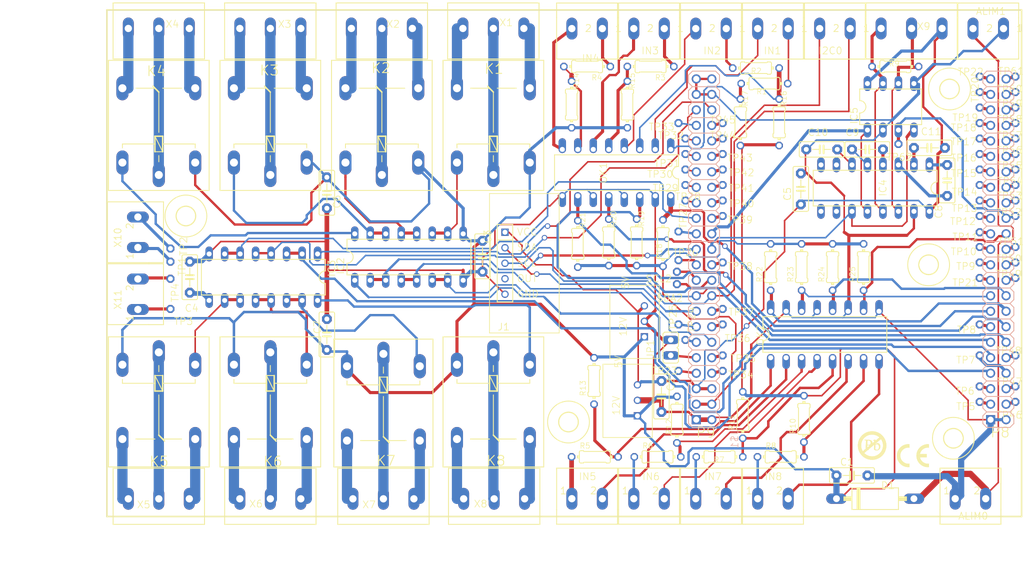
<source format=kicad_pcb>
(kicad_pcb (version 20211014) (generator pcbnew)
  (layers (0 "F.Cu" signal) (1 "In1.Cu" signal) (2 "In2.Cu" signal) (31 "B.Cu" signal) (34 "B.Paste" user) (35 "F.Paste" user) (36 "B.SilkS" user "B.Silkscreen") (37 "F.SilkS" user "F.Silkscreen") (38 "B.Mask" user) (39 "F.Mask" user) (44 "Edge.Cuts" user))
  (net 0 "")
  (net 1 "GND")
  (net 2 "12V")
  (net 3 "5V")
  (net 4 "R1_NA")
  (net 5 "R1_C")
  (net 6 "R1_NC")
  (net 7 "N$6")
  (net 8 "N$7")
  (net 9 "N$8")
  (net 10 "R2_NA")
  (net 11 "R2_C")
  (net 12 "R2_NC")
  (net 13 "N$12")
  (net 14 "N$13")
  (net 15 "N$14")
  (net 16 "N$15")
  (net 17 "N$16")
  (net 18 "N$17")
  (net 19 "N$21")
  (net 20 "N$22")
  (net 21 "N$23")
  (net 22 "N$24")
  (net 23 "N$25")
  (net 24 "N$26")
  (net 25 "BOB1")
  (net 26 "BOB2")
  (net 27 "BOB3")
  (net 28 "BOB4")
  (net 29 "BOB5")
  (net 30 "BOB6")
  (net 31 "BOB7")
  (net 32 "BOB8")
  (net 33 "REL1")
  (net 34 "REL2")
  (net 35 "REL3")
  (net 36 "REL4")
  (net 37 "REL5")
  (net 38 "REL6")
  (net 39 "REL7")
  (net 40 "REL8")
  (net 41 "N$1")
  (net 42 "IN1_12V")
  (net 43 "N$27")
  (net 44 "IN2_12V")
  (net 45 "N$29")
  (net 46 "IN3_12V")
  (net 47 "N$31")
  (net 48 "IN4_12V")
  (net 49 "N$33")
  (net 50 "IN5_12V")
  (net 51 "N$35")
  (net 52 "IN6_12V")
  (net 53 "N$37")
  (net 54 "IN7_12V")
  (net 55 "N$39")
  (net 56 "IN8_12V")
  (net 57 "N$41")
  (net 58 "N$42")
  (net 59 "N$43")
  (net 60 "N$44")
  (net 61 "N$45")
  (net 62 "N$46")
  (net 63 "N$47")
  (net 64 "N$48")
  (net 65 "I2C1_SDA")
  (net 66 "I2C2_SDA")
  (net 67 "I2C1_SCL")
  (net 68 "I2C2_SCL")
  (net 69 "TX_A")
  (net 70 "RX_B")
  (net 71 "BB_RX")
  (net 72 "BB_TX")
  (net 73 "IN1")
  (net 74 "3.3V")
  (net 75 "IN2")
  (net 76 "IN4")
  (net 77 "IN5")
  (net 78 "IN6")
  (net 79 "IN7")
  (net 80 "IN8")
  (net 81 "N$2")
  (net 82 "N$28")
  (net 83 "N$30")
  (net 84 "N$32")
  (net 85 "IN3")
  (net 86 "N$36")
  (net 87 "N$38")
  (net 88 "N$40")
  (net 89 "N$50")
  (net 90 "N$51")
  (net 91 "N$52")
  (net 92 "N$53")
  (net 93 "N$54")
  (net 94 "N$55")
  (net 95 "N$56")
  (net 96 "N$57")
  (net 97 "N$58")
  (net 98 "N$59")
  (net 99 "N$60")
  (net 100 "N$61")
  (net 101 "N$62")
  (net 102 "N$64")
  (net 103 "N$65")
  (net 104 "N$66")
  (net 105 "N$67")
  (net 106 "N$68")
  (net 107 "N$69")
  (net 108 "N$70")
  (net 109 "N$71")
  (net 110 "N$72")
  (net 111 "N$73")
  (net 112 "N$74")
  (net 113 "N$75")
  (net 114 "N$76")
  (net 115 "N$77")
  (net 116 "N$78")
  (net 117 "N$79")
  (net 118 "N$81")
  (net 119 "N$80")
  (net 120 "N$82")
  (net 121 "N$83")
  (net 122 "N$84")
  (net 123 "N$85")
  (net 124 "N$86")
  (net 125 "N$87")
  (net 126 "N$88")
  (net 127 "N$89")
  (net 128 "N$90")
  (net 129 "N$91")
  (net 130 "N$92")
  (net 131 "N$93")
  (net 132 "N$94")
  (net 133 "N$95")
  (net 134 "N$96")
  (net 135 "N$98")
  (net 136 "N$99")
  (net 137 "N$100")
  (net 138 "N$101")
  (net 139 "N$102")
  (net 140 "N$103")
  (net 141 "RS485_ENABLE")
  (net 142 "N$105")
  (net 143 "N$106")
  (net 144 "N$107")
  (net 145 "N$108")
  (net 146 "V-")
  (net 147 "V+")
  (net 148 "N$49")
  (net 149 "N$34")
  (net 150 "N$18")
  (net 151 "N$19")
  (net 152 "N$20")
  (net 153 "N$63")
  (net 154 "ALIM")
  (footprint "osso:0204_7" (layer "F.Cu") (at 155.7971 101.48185 -90)
    (fp_text reference "R20")
    (fp_text value "10k")
  )
  (footprint "osso:C5B2.5" (layer "F.Cu") (at 198.2151 86.24185 180)
    (fp_text reference "C9")
    (fp_text value "")
  )
  (footprint "osso:TEST_POINT" (layer "F.Cu") (at 222.4721 84.46385)
    (fp_text reference "TP57")
    (fp_text value "TPPAD1-13" hide)
  )
  (footprint "osso:C5B2.5" (layer "F.Cu") (at 87.0901 107.19685 90)
    (fp_text reference "C4")
    (fp_text value "")
  )
  (footprint "osso:TEST_POINT" (layer "F.Cu") (at 222.4721 125.10385)
    (fp_text reference "TP47")
    (fp_text value "TPPAD1-13" hide)
  )
  (footprint "osso:3,0" (layer "F.Cu") (at 86.4551 97.16385)
    (fp_text reference "H2" hide)
    (fp_text value "HOLE3.0" hide)
  )
  (footprint "osso:TEST_POINT" (layer "F.Cu") (at 203.2951 85.35285)
    (fp_text reference "TP62")
    (fp_text value "TPPAD1-13" hide)
  )
  (footprint "osso:C5B2.5" (layer "F.Cu") (at 109.5691 93.35385 -90)
    (fp_text reference "C6")
    (fp_text value "")
  )
  (footprint "osso:TEST_POINT" (layer "F.Cu") (at 222.4721 79.38385)
    (fp_text reference "TP59")
    (fp_text value "TPPAD1-13" hide)
  )
  (footprint "osso:TEST_POINT" (layer "F.Cu") (at 222.4721 81.92385)
    (fp_text reference "TP58")
    (fp_text value "TPPAD1-13" hide)
  )
  (footprint "osso:TEST_POINT" (layer "F.Cu") (at 216.6301 84.46385)
    (fp_text reference "TP17")
    (fp_text value "TPPAD1-13" hide)
  )
  (footprint "osso:TEST_POINT" (layer "F.Cu") (at 168.3701 117.48385)
    (fp_text reference "TP24")
    (fp_text value "TPPAD1-13" hide)
  )
  (footprint "osso:CE-MARK-0.2" (layer "F.Cu") (at 202.7871 138.56585)
    (fp_text reference "SS1" hide)
    (fp_text value "CE-MARK" hide)
  )
  (footprint "osso:0204_7" (layer "F.Cu") (at 150.7171 101.73585 -90)
    (fp_text reference "R21")
    (fp_text value "10k")
  )
  (footprint "osso:TEST_POINT" (layer "F.Cu") (at 216.6301 92.08385)
    (fp_text reference "TP14")
    (fp_text value "TPPAD1-13" hide)
  )
  (footprint "osso:TEST_POINT" (layer "F.Cu") (at 83.9151 104.65685)
    (fp_text reference "TP1")
    (fp_text value "TPPAD1-13" hide)
  )
  (footprint "osso:TEST_POINT" (layer "F.Cu") (at 168.3701 92.08385)
    (fp_text reference "TP29")
    (fp_text value "TPPAD1-13" hide)
  )
  (footprint "osso:TEST_POINT" (layer "F.Cu") (at 222.4721 97.16385)
    (fp_text reference "TP52")
    (fp_text value "TPPAD1-13" hide)
  )
  (footprint "osso:TEST_POINT" (layer "F.Cu") (at 174.4661 81.92385)
    (fp_text reference "TP45")
    (fp_text value "TPPAD1-13" hide)
  )
  (footprint "osso:W237-102" (layer "F.Cu") (at 152.2411 67.69985 180)
    (fp_text reference "IN4")
    (fp_text value "IN4")
  )
  (footprint "osso:TEST_POINT" (layer "F.Cu") (at 174.4661 92.08385)
    (fp_text reference "TP41")
    (fp_text value "TPPAD1-13" hide)
  )
  (footprint "osso:TEST_POINT" (layer "F.Cu") (at 174.4661 84.46385)
    (fp_text reference "TP44")
    (fp_text value "TPPAD1-13" hide)
  )
  (footprint "osso:C5B2.5" (layer "F.Cu") (at 187.2931 92.71885 90)
    (fp_text reference "C5")
    (fp_text value "")
  )
  (footprint "osso:TEST_POINT" (layer "F.Cu") (at 167.2271 122.56385)
    (fp_text reference "TP23")
    (fp_text value "TPPAD1-13" hide)
  )
  (footprint "osso:TEST_POINT" (layer "F.Cu") (at 216.6301 127.64385)
    (fp_text reference "TP5")
    (fp_text value "TPPAD1-13" hide)
  )
  (footprint "osso:TEST_POINT" (layer "F.Cu") (at 216.6301 89.54385)
    (fp_text reference "TP15")
    (fp_text value "TPPAD1-13" hide)
  )
  (footprint "osso:3,0" (layer "F.Cu") (at 208.2481 105.16485)
    (fp_text reference "H5" hide)
    (fp_text value "HOLE3.0" hide)
  )
  (footprint "osso:TEST_POINT" (layer "F.Cu") (at 216.6301 97.16385)
    (fp_text reference "TP12")
    (fp_text value "TPPAD1-13" hide)
  )
  (footprint "osso:W237-102" (layer "F.Cu") (at 162.4011 67.69985 180)
    (fp_text reference "IN3")
    (fp_text value "IN3")
  )
  (footprint "osso:TEST_POINT" (layer "F.Cu") (at 222.4721 127.64385)
    (fp_text reference "TP46")
    (fp_text value "TPPAD1-13" hide)
  )
  (footprint "osso:C5B2.5" (layer "F.Cu") (at 211.2961 91.32185 -90)
    (fp_text reference "C8")
    (fp_text value "")
  )
  (footprint "osso:W237-103" (layer "F.Cu") (at 82.0101 142.24885)
    (fp_text reference "X5")
    (fp_text value "X5")
  )
  (footprint "osso:W237-102" (layer "F.Cu") (at 172.5611 67.69985 180)
    (fp_text reference "IN2")
    (fp_text value "IN2")
  )
  (footprint "osso:0204_7" (layer "F.Cu") (at 179.9271 72.90685)
    (fp_text reference "R2")
    (fp_text value "49")
  )
  (footprint "osso:3,0" (layer "F.Cu") (at 211.6771 76.33585)
    (fp_text reference "H3" hide)
    (fp_text value "HOLE3.0" hide)
  )
  (footprint "osso:TEST_POINT" (layer "F.Cu") (at 174.4661 120.02385)
    (fp_text reference "TP35")
    (fp_text value "TPPAD1-13" hide)
  )
  (footprint "osso:DIL16" (layer "F.Cu") (at 157.0671 90.05185 180)
    (fp_text reference "OK1")
    (fp_text value "OPTOISOLATORE_ILQ620")
  )
  (footprint "osso:TEST_POINT" (layer "F.Cu") (at 216.6301 79.38385)
    (fp_text reference "TP19")
    (fp_text value "TPPAD1-13" hide)
  )
  (footprint "osso:BORD_UNIXMEDIA" (layer "F.Cu") (at 73.5011 146.43985)
    (fp_text reference "PCB1" hide)
    (fp_text value "BORDO_UNIXMEDIA150X83,5" hide)
    (fp_line (start 0 -83) (end 0 0) (layer "Edge.Cuts") (width 0.05))
    (fp_line (start 0 0) (end 0 0.1275) (layer "Edge.Cuts") (width 0.05))
    (fp_line (start 150 0) (end 150 -83) (layer "Edge.Cuts") (width 0.05))
    (fp_line (start 0 0) (end 150 0) (layer "Edge.Cuts") (width 0.05))
    (fp_line (start 0 -83) (end 150 -83) (layer "Edge.Cuts") (width 0.05))
  )
  (footprint "osso:0204_7" (layer "F.Cu") (at 187.8011 130.43785 90)
    (fp_text reference "R10")
    (fp_text value "10k")
  )
  (footprint "osso:TEST_POINT" (layer "F.Cu") (at 167.2271 114.94385)
    (fp_text reference "TP25")
    (fp_text value "TPPAD1-13" hide)
  )
  (footprint "osso:W237-102" (layer "F.Cu") (at 182.7211 67.69985 180)
    (fp_text reference "IN1")
    (fp_text value "IN1")
  )
  (footprint "osso:TEST_POINT" (layer "F.Cu") (at 174.4661 104.78385)
    (fp_text reference "TP38")
    (fp_text value "TPPAD1-13" hide)
  )
  (footprint "osso:0204_7" (layer "F.Cu") (at 177.3871 81.79685 -90)
    (fp_text reference "R17")
    (fp_text value "10k")
  )
  (footprint "osso:TEST_POINT" (layer "F.Cu") (at 174.4661 114.94385)
    (fp_text reference "TP36")
    (fp_text value "TPPAD1-13" hide)
  )
  (footprint "osso:TEST_POINT" (layer "F.Cu") (at 222.4721 94.62385)
    (fp_text reference "TP53")
    (fp_text value "TPPAD1-13" hide)
  )
  (footprint "osso:W237-102" (layer "F.Cu") (at 172.5611 142.24885)
    (fp_text reference "IN7")
    (fp_text value "IN7")
  )
  (footprint "osso:TEST_POINT" (layer "F.Cu") (at 216.6301 102.24385)
    (fp_text reference "TP10")
    (fp_text value "TPPAD1-13" hide)
  )
  (footprint "osso:TEST_POINT" (layer "F.Cu") (at 216.6301 81.92385)
    (fp_text reference "TP18")
    (fp_text value "TPPAD1-13" hide)
  )
  (footprint "osso:W237-103" (layer "F.Cu") (at 118.5861 67.69985 180)
    (fp_text reference "X2")
    (fp_text value "X2")
  )
  (footprint "osso:TEST_POINT" (layer "F.Cu") (at 83.9151 112.40385)
    (fp_text reference "TP3")
    (fp_text value "TPPAD1-13" hide)
  )
  (footprint "osso:0204_7" (layer "F.Cu") (at 149.7011 78.87585 -90)
    (fp_text reference "R14")
    (fp_text value "10k")
  )
  (footprint "osso:G5LE" (layer "F.Cu") (at 82.0101 80.90785 90)
    (fp_text reference "K4")
    (fp_text value "RELAY")
  )
  (footprint "osso:W237-102" (layer "F.Cu") (at 162.4011 142.24885)
    (fp_text reference "IN6")
    (fp_text value "IN6")
  )
  (footprint "osso:TEST_POINT" (layer "F.Cu") (at 222.4721 76.84385)
    (fp_text reference "TP60")
    (fp_text value "TPPAD1-13" hide)
  )
  (footprint "osso:C5B2.5" (layer "F.Cu") (at 164.4331 126.75485 -90)
    (fp_text reference "C2")
    (fp_text value "")
  )
  (footprint "osso:PB-MARK-0.2" (layer "F.Cu") (at 196.5641 137.29585)
    (fp_text reference "SS2" hide)
    (fp_text value "PB-MARK" hide)
  )
  (footprint "osso:0204_7" (layer "F.Cu") (at 158.8451 78.87585 -90)
    (fp_text reference "R15")
    (fp_text value "")
  )
  (footprint "osso:W237-103" (layer "F.Cu") (at 118.8401 142.24885)
    (fp_text reference "X7")
    (fp_text value "X7")
  )
  (footprint "osso:TEST_POINT" (layer "F.Cu") (at 167.2271 104.40285)
    (fp_text reference "TP26")
    (fp_text value "TPPAD1-13" hide)
  )
  (footprint "osso:0204_7" (layer "F.Cu") (at 183.9911 136.66085)
    (fp_text reference "R8")
    (fp_text value "49")
  )
  (footprint "osso:TEST_POINT" (layer "F.Cu") (at 83.9151 102.49785)
    (fp_text reference "TP2")
    (fp_text value "TPPAD1-13" hide)
  )
  (footprint "osso:TEST_POINT" (layer "F.Cu") (at 168.3701 84.46385)
    (fp_text reference "TP32")
    (fp_text value "TPPAD1-13" hide)
  )
  (footprint "osso:TEST_POINT" (layer "F.Cu") (at 222.4721 107.32385)
    (fp_text reference "TP49")
    (fp_text value "TPPAD1-13" hide)
  )
  (footprint "osso:TEST_POINT" (layer "F.Cu") (at 222.4721 87.00385)
    (fp_text reference "TP56")
    (fp_text value "TPPAD1-13" hide)
  )
  (footprint "osso:3,0" (layer "F.Cu") (at 149.1931 130.94585)
    (fp_text reference "H4" hide)
    (fp_text value "HOLE3.0" hide)
  )
  (footprint "osso:G5LE" (layer "F.Cu") (at 100.2981 129.04085 -90)
    (fp_text reference "K6")
    (fp_text value "RELAY")
  )
  (footprint "osso:W237-103" (layer "F.Cu") (at 137.0011 142.24885)
    (fp_text reference "X8")
    (fp_text value "X8")
  )
  (footprint "osso:TEST_POINT" (layer "F.Cu") (at 216.6301 76.84385)
    (fp_text reference "TP20")
    (fp_text value "TPPAD1-13" hide)
  )
  (footprint "osso:TEST_POINT" (layer "F.Cu") (at 222.4721 74.30385)
    (fp_text reference "TP61")
    (fp_text value "TPPAD1-13" hide)
  )
  (footprint "osso:DIL16" (layer "F.Cu") (at 191.2301 116.59485)
    (fp_text reference "OK2")
    (fp_text value "OPTOISOLATORE_ILQ620")
  )
  (footprint "osso:TEST_POINT" (layer "F.Cu") (at 168.3701 89.54385)
    (fp_text reference "TP30")
    (fp_text value "TPPAD1-13" hide)
  )
  (footprint "osso:W237-102" (layer "F.Cu") (at 152.2411 142.24885)
    (fp_text reference "IN5")
    (fp_text value "IN5")
  )
  (footprint "osso:G5LE" (layer "F.Cu") (at 118.5861 80.90785 90)
    (fp_text reference "K2")
    (fp_text value "RELAY")
  )
  (footprint "osso:W237-102" (layer "F.Cu") (at 215.1061 142.24885)
    (fp_text reference "ALIM0")
    (fp_text value "Alim")
  )
  (footprint "osso:TEST_POINT" (layer "F.Cu") (at 216.6301 87.00385)
    (fp_text reference "TP16")
    (fp_text value "TPPAD1-13" hide)
  )
  (footprint "osso:TEST_POINT" (layer "F.Cu") (at 167.2271 99.70385)
    (fp_text reference "TP27")
    (fp_text value "TPPAD1-13" hide)
  )
  (footprint "osso:W237-102" (layer "F.Cu") (at 218.0271 67.69985 180)
    (fp_text reference "ALIM1")
    (fp_text value "Alim")
  )
  (footprint "osso:TEST_POINT" (layer "F.Cu") (at 166.9731 106.30785)
    (fp_text reference "SCL2")
    (fp_text value "TPPAD1-13" hide)
  )
  (footprint "osso:TEST_POINT" (layer "F.Cu") (at 174.4661 97.16385)
    (fp_text reference "TP39")
    (fp_text value "TPPAD1-13" hide)
  )
  (footprint "osso:W237-103" (layer "F.Cu") (at 100.2981 142.24885)
    (fp_text reference "X6")
    (fp_text value "X6")
  )
  (footprint "osso:W237-103" (layer "F.Cu") (at 136.8741 67.69985 180)
    (fp_text reference "X1")
    (fp_text value "X1")
  )
  (footprint "osso:W237-102" (layer "F.Cu") (at 77.3111 99.83085 90)
    (fp_text reference "X10")
    (fp_text value "")
  )
  (footprint "osso:TEST_POINT" (layer "F.Cu") (at 222.4721 102.24385)
    (fp_text reference "TP51")
    (fp_text value "TPPAD1-13" hide)
  )
  (footprint "osso:G5LE" (layer "F.Cu") (at 118.8401 129.29485 -90)
    (fp_text reference "K7")
    (fp_text value "RELAY")
  )
  (footprint "osso:TEST_POINT" (layer "F.Cu") (at 174.4661 89.54385)
    (fp_text reference "TP42")
    (fp_text value "TPPAD1-13" hide)
  )
  (footprint "osso:MT6-3" (layer "F.Cu") (at 161.1311 111.89585 -90)
    (fp_text reference "IC6" hide)
    (fp_text value "REGOLATORE_TENSIONESWITCHING" hide)
  )
  (footprint "osso:DIL16" (layer "F.Cu") (at 99.1551 107.19685 180)
    (fp_text reference "IC3")
    (fp_text value "ULN2003AN")
  )
  (footprint "osso:C5B2.5" (layer "F.Cu") (at 195.6751 139.70885)
    (fp_text reference "C1")
    (fp_text value "")
  )
  (footprint "osso:C5B2.5" (layer "F.Cu") (at 109.5691 116.59485 90)
    (fp_text reference "C7")
    (fp_text value "")
  )
  (footprint "osso:TEST_POINT" (layer "F.Cu") (at 216.6301 114.94385)
    (fp_text reference "TP8")
    (fp_text value "TPPAD1-13" hide)
  )
  (footprint "osso:0204_7" (layer "F.Cu") (at 153.3841 124.21485 90)
    (fp_text reference "R13")
    (fp_text value "")
  )
  (footprint "osso:W237-102" (layer "F.Cu") (at 77.3111 109.99085 90)
    (fp_text reference "X11")
    (fp_text value "")
  )
  (footprint "osso:C5B2.5" (layer "F.Cu") (at 208.3751 85.98785 180)
    (fp_text reference "C11")
    (fp_text value "")
  )
  (footprint "osso:0204_7" (layer "F.Cu") (at 163.7981 136.66085)
    (fp_text reference "R6")
    (fp_text value "49")
  )
  (footprint "osso:TEST_POINT" (layer "F.Cu") (at 167.2271 81.92385)
    (fp_text reference "TP33")
    (fp_text value "TPPAD1-13" hide)
  )
  (footprint "osso:C5B2.5" (layer "F.Cu") (at 135.0961 103.76785 -90)
    (fp_text reference "C3")
    (fp_text value "")
  )
  (footprint "osso:TEST_POINT" (layer "F.Cu") (at 216.6301 120.02385)
    (fp_text reference "TP7")
    (fp_text value "TPPAD1-13" hide)
  )
  (footprint "osso:TEST_POINT" (layer "F.Cu") (at 216.6301 107.32385)
    (fp_text reference "TP21")
    (fp_text value "TPPAD1-13" hide)
  )
  (footprint "osso:TEST_POINT" (layer "F.Cu") (at 222.4721 92.08385)
    (fp_text reference "TP54")
    (fp_text value "TPPAD1-13" hide)
  )
  (footprint "osso:TEST_POINT" (layer "F.Cu") (at 166.9731 108.33985)
    (fp_text reference "SDA2")
    (fp_text value "TP1" hide)
  )
  (footprint "osso:0204_7" (layer "F.Cu") (at 153.5111 136.66085)
    (fp_text reference "R5")
    (fp_text value "49")
  )
  (footprint "osso:TEST_POINT" (layer "F.Cu") (at 168.3701 94.62385)
    (fp_text reference "TP28")
    (fp_text value "TPPAD1-13" hide)
  )
  (footprint "osso:TEST_POINT" (layer "F.Cu") (at 216.6301 104.78385)
    (fp_text reference "TP9")
    (fp_text value "TPPAD1-13" hide)
  )
  (footprint "osso:C5B2.5" (layer "F.Cu") (at 190.7221 86.24185 180)
    (fp_text reference "C10")
    (fp_text value "")
  )
  (footprint "osso:G5LE" (layer "F.Cu") (at 136.8741 129.04085 -90)
    (fp_text reference "K8")
    (fp_text value "RELAY")
  )
  (footprint "osso:0204_7" (layer "F.Cu") (at 182.3401 105.54585 90)
    (fp_text reference "R22")
    (fp_text value "10k")
  )
  (footprint "osso:TEST_POINT" (layer "F.Cu") (at 216.6301 94.62385)
    (fp_text reference "TP13")
    (fp_text value "TPPAD1-13" hide)
  )
  (footprint "osso:G5LE" (layer "F.Cu") (at 82.0101 129.04085 -90)
    (fp_text reference "K5")
    (fp_text value "RELAY")
  )
  (footprint "osso:0204_7" (layer "F.Cu") (at 164.6871 101.60885 -90)
    (fp_text reference "R18")
    (fp_text value "10k")
  )
  (footprint "osso:TEST_POINT" (layer "F.Cu") (at 222.4721 120.02385)
    (fp_text reference "TP48")
    (fp_text value "TPPAD1-13" hide)
  )
  (footprint "osso:TEST_POINT" (layer "F.Cu") (at 174.4661 122.56385)
    (fp_text reference "TP34")
    (fp_text value "TPPAD1-13" hide)
  )
  (footprint "osso:MT6-3" (layer "F.Cu") (at 159.9881 124.84985 -90)
    (fp_text reference "IC1" hide)
    (fp_text value "REGOLATORE_TENSIONESWITCHING" hide)
  )
  (footprint "osso:TEST_POINT" (layer "F.Cu") (at 174.4661 112.40385)
    (fp_text reference "TP37")
    (fp_text value "TPPAD1-13" hide)
  )
  (footprint "osso:0204_7" (layer "F.Cu") (at 177.7681 129.80285 90)
    (fp_text reference "R11")
    (fp_text value "10k")
  )
  (footprint "osso:3,0" (layer "F.Cu") (at 212.3121 133.61285)
    (fp_text reference "H1" hide)
    (fp_text value "HOLE3.0" hide)
  )
  (footprint "osso:0204_7" (layer "F.Cu") (at 162.6551 72.65285 180)
    (fp_text reference "R3")
    (fp_text value "49")
  )
  (footprint "osso:TEST_POINT" (layer "F.Cu") (at 222.4721 104.78385)
    (fp_text reference "TP50")
    (fp_text value "TPPAD1-13" hide)
  )
  (footprint "osso:TEST_POINT" (layer "F.Cu") (at 216.6301 74.30385)
    (fp_text reference "TP22")
    (fp_text value "TPPAD1-13" hide)
  )
  (footprint "osso:TEST_POINT" (layer "F.Cu") (at 168.3701 87.00385)
    (fp_text reference "TP31")
    (fp_text value "TPPAD1-13" hide)
  )
  (footprint "osso:W237-103" (layer "F.Cu") (at 100.2981 67.69985 180)
    (fp_text reference "X3")
    (fp_text value "X3")
  )
  (footprint "osso:DO15-12" (layer "F.Cu") (at 199.4851 143.51885)
    (fp_text reference "D1")
    (fp_text value "DIODE")
  )
  (footprint "osso:RTC_MICROBOT_ALGOZINO" (layer "F.Cu") (at 138.7791 104.91085 -90)
    (fp_text reference "J1")
    (fp_text value "RTC_MICROROBOT_ALGOZINO-PTH" hide)
  )
  (footprint "osso:TEST_POINT" (layer "F.Cu") (at 83.9151 107.45085)
    (fp_text reference "TP4")
    (fp_text value "TPPAD1-13" hide)
  )
  (footprint "osso:0204_7" (layer "F.Cu") (at 166.9731 130.56485 90)
    (fp_text reference "R12")
    (fp_text value "10k")
  )
  (footprint "osso:JP1" (layer "F.Cu") (at 165.9571 118.75385 180)
    (fp_text reference "JP1")
    (fp_text value "")
  )
  (footprint "osso:TEST_POINT" (layer "F.Cu") (at 222.4721 89.54385)
    (fp_text reference "TP55")
    (fp_text value "TPPAD1-13" hide)
  )
  (footprint "osso:W237-102" (layer "F.Cu") (at 182.7211 142.24885)
    (fp_text reference "IN8")
    (fp_text value "IN8")
  )
  (footprint "osso:TEST_POINT" (layer "F.Cu") (at 174.4661 87.00385)
    (fp_text reference "TP43")
    (fp_text value "TPPAD1-13" hide)
  )
  (footprint "osso:0204_7" (layer "F.Cu") (at 173.9581 136.66085)
    (fp_text reference "R7")
    (fp_text value "49")
  )
  (footprint "osso:TEST_POINT" (layer "F.Cu") (at 216.6301 125.10385)
    (fp_text reference "TP6")
    (fp_text value "TPPAD1-13" hide)
  )
  (footprint "osso:0204_7" (layer "F.Cu") (at 202.7871 72.65285 180)
    (fp_text reference "R9")
    (fp_text value "")
  )
  (footprint "osso:DIL16" (layer "F.Cu") (at 123.0311 103.89485)
    (fp_text reference "IC2")
    (fp_text value "ULN2003AN")
  )
  (footprint "osso:TEST_POINT" (layer "F.Cu") (at 174.4661 94.62385)
    (fp_text reference "TP40")
    (fp_text value "TPPAD1-13" hide)
  )
  (footprint "osso:0204_7" (layer "F.Cu") (at 183.7371 81.79685 -90)
    (fp_text reference "R16")
    (fp_text value "10k")
  )
  (footprint "osso:TEST_POINT" (layer "F.Cu") (at 216.6301 99.83085)
    (fp_text reference "TP11")
    (fp_text value "TPPAD1-13" hide)
  )
  (footprint "osso:DIL16" (layer "F.Cu") (at 199.4851 92.59185 180)
    (fp_text reference "IC4")
    (fp_text value "MAX202CPE")
  )
  (footprint "osso:W237-102" (layer "F.Cu") (at 192.8811 67.69985 180)
    (fp_text reference "I2C0")
    (fp_text value "I2C")
  )
  (footprint "osso:0204_7" (layer "F.Cu") (at 181.3241 75.44685 180)
    (fp_text reference "R1")
    (fp_text value "49")
  )
  (footprint "osso:W237-103" (layer "F.Cu") (at 82.0101 67.69985 180)
    (fp_text reference "X4")
    (fp_text value "X4")
  )
  (footprint "osso:G5LE" (layer "F.Cu") (at 136.8741 80.90785 90)
    (fp_text reference "K1")
    (fp_text value "RELAY")
  )
  (footprint "osso:G5LE" (layer "F.Cu") (at 100.2981 80.90785 90)
    (fp_text reference "K3")
    (fp_text value "RELAY")
  )
  (footprint "osso:0204_7" (layer "F.Cu") (at 152.2411 72.65285 180)
    (fp_text reference "R4")
    (fp_text value "49")
  )
  (footprint "osso:0204_7" (layer "F.Cu") (at 192.5001 105.54585 90)
    (fp_text reference "R24")
    (fp_text value "10k")
  )
  (footprint "osso:W237-103" (layer "F.Cu") (at 205.4541 67.69985 180)
    (fp_text reference "X9")
    (fp_text value "")
  )
  (footprint "osso:DIL08" (layer "F.Cu") (at 202.0251 79.25685)
    (fp_text reference "IC5")
    (fp_text value "MAX481CPA")
  )
  (footprint "osso:0204_7" (layer "F.Cu") (at 187.4201 105.54585 90)
    (fp_text reference "R23")
    (fp_text value "")
  )
  (footprint "osso:0204_7" (layer "F.Cu") (at 197.5801 105.54585 90)
    (fp_text reference "R25")
    (fp_text value "10k")
  )
  (footprint "osso:0204_7" (layer "F.Cu") (at 160.3691 101.48185 -90)
    (fp_text reference "R19")
    (fp_text value "10k")
  )
  (footprint "osso:BEAGLEBONE_SHIELD" (layer "B.Cu") (at 222.8531 149.61485 180)
    (fp_text reference "U$1")
    (fp_text value "BEAGLEBONE_OUTLINE")
  )
  (gr_line (start 73.5011 146.43985) (end 73.5011 63.38185) (layer "F.SilkS") (width 0.254))
  (gr_line (start 73.5011 63.38185) (end 223.4881 63.38185) (layer "F.SilkS") (width 0.254))
  (gr_line (start 223.4881 63.38185) (end 223.4881 146.43985) (layer "F.SilkS") (width 0.254))
  (gr_line (start 223.4881 146.43985) (end 73.5011 146.43985) (layer "F.SilkS") (width 0.254))
  (gr_text "P9" (at 170.0211 133.61285) (layer "F.SilkS") (effects (font (size 1.63576 1.63576) (thickness 0.14224)) (justify left bottom)))
  (gr_text "P8" (at 218.2811 133.61285) (layer "F.SilkS") (effects (font (size 1.63576 1.63576) (thickness 0.14224)) (justify left bottom)))
  (segment (start 109.5691 95.89385) (end 109.5691 101.35485) (width 0.762) (layer "F.Cu") (net 1))
  (segment (start 188.0551 90.05185) (end 187.2931 90.05185) (width 0.254) (layer "F.Cu") (net 1))
  (segment (start 194.4051 99.83085) (end 194.4051 93.86185) (width 0.254) (layer "F.Cu") (net 1))
  (segment (start 90.2651 103.25985) (end 90.2651 103.38685) (width 0.508) (layer "F.Cu") (net 1))
  (segment (start 179.1651 118.24585) (end 184.8801 112.78485) (width 0.254) (layer "F.Cu") (net 1))
  (segment (start 142.8431 98.56085) (end 145.8911 95.51285) (width 0.254) (layer "F.Cu") (net 1))
  (segment (start 147.6691 93.86185) (end 147.6691 93.98885) (width 0.381) (layer "F.Cu") (net 1))
  (segment (start 195.1671 112.65785) (end 195.0401 112.78485) (width 0.1524) (layer "F.Cu") (net 1))
  (segment (start 205.8351 75.31985) (end 205.8351 75.44685) (width 0.1524) (layer "F.Cu") (net 1))
  (segment (start 109.5691 101.35485) (end 92.1701 101.35485) (width 0.254) (layer "F.Cu") (net 1))
  (segment (start 192.2461 91.70285) (end 194.4051 93.86185) (width 0.381) (layer "F.Cu") (net 1))
  (segment (start 131.9211 106.05385) (end 109.5691 106.05385) (width 0.254) (layer "F.Cu") (net 1))
  (segment (start 189.8331 91.70285) (end 192.2461 91.70285) (width 0.381) (layer "F.Cu") (net 1))
  (segment (start 135.0961 104.02185) (end 137.1281 101.98985) (width 0.254) (layer "F.Cu") (net 1))
  (segment (start 164.6871 117.48385) (end 161.6391 114.43585) (width 0.508) (layer "F.Cu") (net 1))
  (segment (start 175.8631 130.18385) (end 179.1651 126.88185) (width 0.381) (layer "F.Cu") (net 1))
  (segment (start 145.8911 95.51285) (end 146.1451 95.51285) (width 0.254) (layer "F.Cu") (net 1))
  (segment (start 92.1701 101.35485) (end 90.2651 103.25985) (width 0.254) (layer "F.Cu") (net 1))
  (segment (start 164.4331 129.29485) (end 168.8781 129.29485) (width 0.381) (layer "F.Cu") (net 1))
  (segment (start 165.9571 117.48385) (end 164.6871 117.48385) (width 0.508) (layer "F.Cu") (net 1))
  (segment (start 188.1821 90.05185) (end 189.8331 91.70285) (width 0.381) (layer "F.Cu") (net 1))
  (segment (start 195.1671 112.65785) (end 195.1671 100.33885) (width 0.508) (layer "F.Cu") (net 1))
  (segment (start 214.7251 127.38985) (end 214.7251 130.56485) (width 0.254) (layer "F.Cu") (net 1))
  (segment (start 109.5691 106.05385) (end 109.5691 114.05485) (width 0.762) (layer "F.Cu") (net 1))
  (segment (start 172.9421 130.56485) (end 173.3231 130.18385) (width 0.254) (layer "F.Cu") (net 1))
  (segment (start 135.0961 106.30785) (end 135.0961 104.02185) (width 0.254) (layer "F.Cu") (net 1))
  (segment (start 172.6881 74.68485) (end 170.1481 74.68485) (width 0.381) (layer "F.Cu") (net 1))
  (segment (start 137.1281 101.98985) (end 137.1281 99.19585) (width 0.254) (layer "F.Cu") (net 1))
  (segment (start 165.9571 117.48385) (end 163.1631 120.27785) (width 0.254) (layer "F.Cu") (net 1))
  (segment (start 163.4171 93.86185) (end 163.4171 112.65785) (width 0.254) (layer "F.Cu") (net 1))
  (segment (start 164.4331 127.38985) (end 163.1631 127.38985) (width 0.762) (layer "F.Cu") (net 1))
  (segment (start 146.1451 95.51285) (end 147.6691 93.98885) (width 0.254) (layer "F.Cu") (net 1))
  (segment (start 205.8351 99.19585) (end 204.6921 100.33885) (width 0.381) (layer "F.Cu") (net 1))
  (segment (start 137.7631 98.56085) (end 142.8431 98.56085) (width 0.254) (layer "F.Cu") (net 1))
  (segment (start 168.8781 129.29485) (end 170.1481 130.56485) (width 0.381) (layer "F.Cu") (net 1))
  (segment (start 135.0961 106.30785) (end 138.7791 109.99085) (width 0.254) (layer "F.Cu") (net 1))
  (segment (start 179.1651 126.88185) (end 179.1651 118.24585) (width 0.4064) (layer "F.Cu") (net 1))
  (segment (start 173.3231 130.18385) (end 175.8631 130.18385) (width 0.254) (layer "F.Cu") (net 1))
  (segment (start 164.4331 129.29485) (end 164.4331 127.38985) (width 0.762) (layer "F.Cu") (net 1))
  (segment (start 163.1631 120.27785) (end 163.1631 127.38985) (width 0.254) (layer "F.Cu") (net 1))
  (segment (start 214.7251 130.56485) (end 218.4081 130.56485) (width 0.254) (layer "F.Cu") (net 1))
  (segment (start 163.1631 127.38985) (end 160.4961 127.38985) (width 1.016) (layer "F.Cu") (net 1))
  (segment (start 170.1481 74.68485) (end 170.1481 77.22485) (width 0.381) (layer "F.Cu") (net 1))
  (segment (start 172.6881 130.56485) (end 170.1481 130.56485) (width 0.762) (layer "F.Cu") (net 1))
  (segment (start 163.4171 112.65785) (end 161.6391 114.43585) (width 0.508) (layer "F.Cu") (net 1))
  (segment (start 172.6881 77.22485) (end 170.1481 77.22485) (width 0.381) (layer "F.Cu") (net 1))
  (segment (start 188.0551 86.24185) (end 188.0551 90.05185) (width 0.254) (layer "F.Cu") (net 1))
  (segment (start 205.8351 96.40185) (end 205.8351 99.19585) (width 0.381) (layer "F.Cu") (net 1))
  (segment (start 131.9211 107.70485) (end 131.9211 106.05385) (width 0.508) (layer "F.Cu") (net 1))
  (segment (start 187.2931 90.05185) (end 187.2931 90.17885) (width 1.016) (layer "F.Cu") (net 1))
  (segment (start 200.1201 112.78485) (end 214.7251 127.38985) (width 0.254) (layer "F.Cu") (net 1))
  (segment (start 137.1281 99.19585) (end 137.7631 98.56085) (width 0.254) (layer "F.Cu") (net 1))
  (segment (start 109.5691 101.35485) (end 109.5691 106.05385) (width 0.762) (layer "F.Cu") (net 1))
  (segment (start 195.1671 100.33885) (end 204.6921 100.33885) (width 0.508) (layer "F.Cu") (net 1))
  (segment (start 148.1771 93.86185) (end 147.6691 93.86185) (width 0.508) (layer "F.Cu") (net 1))
  (segment (start 172.6881 130.56485) (end 172.9421 130.56485) (width 0.254) (layer "F.Cu") (net 1))
  (segment (start 195.1671 100.33885) (end 194.4051 99.83085) (width 0.508) (layer "F.Cu") (net 1))
  (segment (start 188.0551 86.24185) (end 188.1821 86.24185) (width 0.762) (layer "F.Cu") (net 1))
  (segment (start 188.0551 90.05185) (end 188.1821 90.05185) (width 0.381) (layer "F.Cu") (net 1))
  (segment (start 205.8351 75.57385) (end 205.8351 75.44685) (width 0.1524) (layer "B.Cu") (net 1))
  (segment (start 131.9211 107.57785) (end 131.9211 107.70485) (width 0.1524) (layer "B.Cu") (net 1))
  (segment (start 200.7551 83.19385) (end 199.2311 84.71785) (width 0.254) (layer "B.Cu") (net 1))
  (segment (start 220.5271 66.59685) (end 217.0111 70.11285) (width 0.4064) (layer "B.Cu") (net 1))
  (segment (start 220.9481 130.56485) (end 218.4081 130.56485) (width 0.508) (layer "B.Cu") (net 1))
  (segment (start 213.9631 70.11285) (end 211.8041 72.27185) (width 0.4064) (layer "B.Cu") (net 1))
  (segment (start 212.6061 143.51885) (end 213.0741 143.51885) (width 1.016) (layer "B.Cu") (net 1))
  (segment (start 177.3871 81.41585) (end 172.8151 76.84385) (width 0.254) (layer "B.Cu") (net 1))
  (segment (start 194.1511 113.80085) (end 199.4851 113.80085) (width 0.254) (layer "B.Cu") (net 1))
  (segment (start 90.2651 103.51385) (end 90.2651 103.38685) (width 0.508) (layer "B.Cu") (net 1))
  (segment (start 206.5971 77.09785) (end 202.2791 81.41585) (width 0.508) (layer "B.Cu") (net 1))
  (segment (start 206.3431 75.57385) (end 205.8351 75.44685) (width 0.508) (layer "B.Cu") (net 1))
  (segment (start 200.7551 82.93985) (end 200.7551 83.06685) (width 0.1524) (layer "B.Cu") (net 1))
  (segment (start 198.3421 139.83585) (end 198.2151 139.70885) (width 0.381) (layer "B.Cu") (net 1))
  (segment (start 217.0111 70.11285) (end 213.9631 70.11285) (width 0.4064) (layer "B.Cu") (net 1))
  (segment (start 172.8151 77.09785) (end 172.6881 77.22485) (width 0.381) (layer "B.Cu") (net 1))
  (segment (start 200.7551 83.19385) (end 200.7551 83.06685) (width 0.508) (layer "B.Cu") (net 1))
  (segment (start 199.2311 84.71785) (end 189.8331 84.71785) (width 0.254) (layer "B.Cu") (net 1))
  (segment (start 185.8961 113.80085) (end 184.8801 112.78485) (width 0.254) (layer "B.Cu") (net 1))
  (segment (start 87.2171 104.52985) (end 87.0901 104.65685) (width 0.1524) (layer "B.Cu") (net 1))
  (segment (start 213.0741 143.51885) (end 213.5821 143.01085) (width 1.016) (layer "B.Cu") (net 1))
  (segment (start 211.2961 139.83585) (end 212.5661 141.10585) (width 1.016) (layer "B.Cu") (net 1))
  (segment (start 206.5971 75.57385) (end 206.5971 77.09785) (width 0.508) (layer "B.Cu") (net 1))
  (segment (start 194.1511 113.80085) (end 195.0401 112.78485) (width 0.254) (layer "B.Cu") (net 1))
  (segment (start 149.1931 92.84585) (end 148.1771 93.86185) (width 0.254) (layer "B.Cu") (net 1))
  (segment (start 87.2171 104.52985) (end 89.1221 104.52985) (width 0.762) (layer "B.Cu") (net 1))
  (segment (start 212.5661 143.47885) (end 212.6061 143.51885) (width 1.016) (layer "B.Cu") (net 1))
  (segment (start 162.4011 92.84585) (end 163.4171 93.86185) (width 0.254) (layer "B.Cu") (net 1))
  (segment (start 199.4851 113.80085) (end 200.1201 112.78485) (width 0.254) (layer "B.Cu") (net 1))
  (segment (start 213.5821 137.04185) (end 218.4081 132.21585) (width 1.016) (layer "B.Cu") (net 1))
  (segment (start 89.1221 104.52985) (end 90.2651 103.38685) (width 0.762) (layer "B.Cu") (net 1))
  (segment (start 188.3091 86.24185) (end 188.1821 86.24185) (width 0.1524) (layer "B.Cu") (net 1))
  (segment (start 189.9601 112.78485) (end 189.0711 113.80085) (width 0.254) (layer "B.Cu") (net 1))
  (segment (start 133.1911 106.30785) (end 131.9211 107.57785) (width 0.762) (layer "B.Cu") (net 1))
  (segment (start 157.3211 92.84585) (end 158.3371 93.86185) (width 0.254) (layer "B.Cu") (net 1))
  (segment (start 209.0101 72.27185) (end 205.8351 75.44685) (width 0.4064) (layer "B.Cu") (net 1))
  (segment (start 206.3431 75.57385) (end 206.5971 75.57385) (width 0.508) (layer "B.Cu") (net 1))
  (segment (start 189.0711 113.80085) (end 194.1511 113.80085) (width 0.254) (layer "B.Cu") (net 1))
  (segment (start 189.0711 113.80085) (end 185.8961 113.80085) (width 0.254) (layer "B.Cu") (net 1))
  (segment (start 198.2151 139.58185) (end 198.2151 139.70885) (width 0.1524) (layer "B.Cu") (net 1))
  (segment (start 198.3421 139.83585) (end 211.2961 139.83585) (width 1.016) (layer "B.Cu") (net 1))
  (segment (start 212.5661 141.10585) (end 212.5661 143.47885) (width 1.016) (layer "B.Cu") (net 1))
  (segment (start 172.8151 76.84385) (end 172.8151 77.09785) (width 0.381) (layer "B.Cu") (net 1))
  (segment (start 153.2571 93.86185) (end 152.2411 92.84585) (width 0.254) (layer "B.Cu") (net 1))
  (segment (start 218.4081 132.21585) (end 218.4081 130.56485) (width 1.016) (layer "B.Cu") (net 1))
  (segment (start 202.2791 81.41585) (end 177.3871 81.41585) (width 0.254) (layer "B.Cu") (net 1))
  (segment (start 202.2791 81.41585) (end 200.7551 82.93985) (width 0.254) (layer "B.Cu") (net 1))
  (segment (start 152.2411 92.84585) (end 149.1931 92.84585) (width 0.254) (layer "B.Cu") (net 1))
  (segment (start 157.3211 92.84585) (end 162.4011 92.84585) (width 0.254) (layer "B.Cu") (net 1))
  (segment (start 152.2411 92.84585) (end 157.3211 92.84585) (width 0.254) (layer "B.Cu") (net 1))
  (segment (start 133.1911 106.30785) (end 135.0961 106.30785) (width 0.508) (layer "B.Cu") (net 1))
  (segment (start 211.8041 72.27185) (end 209.0101 72.27185) (width 0.4064) (layer "B.Cu") (net 1))
  (segment (start 189.8331 84.71785) (end 188.3091 86.24185) (width 0.254) (layer "B.Cu") (net 1))
  (segment (start 213.5821 143.01085) (end 213.5821 137.04185) (width 1.016) (layer "B.Cu") (net 1))
  (segment (start 205.8351 75.57385) (end 206.3431 75.57385) (width 0.508) (layer "B.Cu") (net 1))
  (segment (start 220.5271 66.42985) (end 220.5271 66.59685) (width 0.4064) (layer "B.Cu") (net 1))
  (segment (start 177.6411 85.98785) (end 177.3871 85.73385) (width 0.508) (layer "F.Cu") (net 2))
  (segment (start 134.9691 101.22785) (end 133.6991 102.24385) (width 0.508) (layer "F.Cu") (net 2))
  (segment (start 190.7221 126.62785) (end 193.7701 123.57985) (width 0.254) (layer "F.Cu") (net 2))
  (segment (start 177.6411 125.86585) (end 177.7681 125.99285) (width 0.1524) (layer "F.Cu") (net 2))
  (segment (start 94.4561 98.56085) (end 106.2671 98.56085) (width 0.381) (layer "F.Cu") (net 2))
  (segment (start 130.6511 122.30985) (end 130.9051 121.54785) (width 0.508) (layer "F.Cu") (net 2))
  (segment (start 107.0291 97.79885) (end 107.0291 93.35385) (width 0.381) (layer "F.Cu") (net 2))
  (segment (start 193.7701 123.57985) (end 193.7701 119.13485) (width 0.254) (layer "F.Cu") (net 2))
  (segment (start 202.6601 120.15085) (end 202.6601 140.21685) (width 0.254) (layer "F.Cu") (net 2))
  (segment (start 116.6811 126.11985) (end 112.8711 122.30985) (width 0.508) (layer "F.Cu") (net 2))
  (segment (start 87.9791 88.40085) (end 87.9791 92.08385) (width 0.381) (layer "F.Cu") (net 2))
  (segment (start 130.6511 122.30985) (end 126.8411 126.11985) (width 0.508) (layer "F.Cu") (net 2))
  (segment (start 144.6211 111.64185) (end 153.3841 120.40485) (width 0.508) (layer "F.Cu") (net 2))
  (segment (start 193.7701 119.13485) (end 194.0241 118.88085) (width 0.254) (layer "F.Cu") (net 2))
  (segment (start 202.6601 140.21685) (end 201.0091 141.86785) (width 0.254) (layer "F.Cu") (net 2))
  (segment (start 106.2671 98.56085) (end 107.0291 97.79885) (width 0.381) (layer "F.Cu") (net 2))
  (segment (start 177.3871 85.47985) (end 177.3871 85.60685) (width 0.1524) (layer "F.Cu") (net 2))
  (segment (start 201.3901 118.88085) (end 202.6601 120.15085) (width 0.254) (layer "F.Cu") (net 2))
  (segment (start 133.6991 111.64185) (end 144.6211 111.64185) (width 0.508) (layer "F.Cu") (net 2))
  (segment (start 183.7371 85.47985) (end 183.7371 85.60685) (width 0.1524) (layer "F.Cu") (net 2))
  (segment (start 187.8011 126.62785) (end 190.7221 126.62785) (width 0.254) (layer "F.Cu") (net 2))
  (segment (start 87.9791 92.08385) (end 94.4561 98.56085) (width 0.381) (layer "F.Cu") (net 2))
  (segment (start 183.7371 85.47985) (end 177.3871 85.47985) (width 0.508) (layer "F.Cu") (net 2))
  (segment (start 177.6411 125.86585) (end 177.6411 85.98785) (width 0.254) (layer "F.Cu") (net 2))
  (segment (start 201.0091 141.86785) (end 195.4211 141.86785) (width 0.254) (layer "F.Cu") (net 2))
  (segment (start 126.8411 126.11985) (end 116.6811 126.11985) (width 0.508) (layer "F.Cu") (net 2))
  (segment (start 194.0241 118.88085) (end 201.3901 118.88085) (width 0.254) (layer "F.Cu") (net 2))
  (segment (start 177.3871 85.73385) (end 177.3871 85.60685) (width 0.1524) (layer "F.Cu") (net 2))
  (segment (start 195.4211 141.86785) (end 193.7701 143.51885) (width 0.254) (layer "F.Cu") (net 2))
  (segment (start 112.8711 122.30985) (end 112.8711 121.80185) (width 0.508) (layer "F.Cu") (net 2))
  (segment (start 130.9051 121.54785) (end 130.9051 114.43585) (width 0.508) (layer "F.Cu") (net 2))
  (segment (start 133.6991 102.24385) (end 133.6991 111.64185) (width 0.508) (layer "F.Cu") (net 2))
  (segment (start 134.9691 101.22785) (end 135.0961 101.22785) (width 0.508) (layer "F.Cu") (net 2))
  (segment (start 193.7701 143.51885) (end 193.1351 143.51885) (width 0.254) (layer "F.Cu") (net 2))
  (segment (start 107.0291 93.35385) (end 109.5691 90.81385) (width 0.381) (layer "F.Cu") (net 2))
  (segment (start 130.9051 114.43585) (end 133.6991 111.64185) (width 0.508) (layer "F.Cu") (net 2))
  (segment (start 161.7661 132.72385) (end 161.7661 131.19985) (width 0.381) (layer "B.Cu") (net 2))
  (segment (start 116.6811 98.05285) (end 123.4121 98.05285) (width 0.381) (layer "B.Cu") (net 2))
  (segment (start 124.6821 89.54385) (end 124.6821 88.52785) (width 0.381) (layer "B.Cu") (net 2))
  (segment (start 160.6231 129.92985) (end 160.4961 129.92985) (width 0.1524) (layer "B.Cu") (net 2))
  (segment (start 93.5671 113.92785) (end 94.3291 114.68985) (width 0.4064) (layer "B.Cu") (net 2))
  (segment (start 94.4561 120.78585) (end 94.5831 120.65885) (width 0.4064) (layer "B.Cu") (net 2))
  (segment (start 142.8431 88.52785) (end 142.8431 95.76685) (width 0.381) (layer "B.Cu") (net 2))
  (segment (start 165.8301 138.18485) (end 168.3701 138.18485) (width 0.381) (layer "B.Cu") (net 2))
  (segment (start 95.9801 112.91185) (end 104.8701 112.91185) (width 0.4064) (layer "B.Cu") (net 2))
  (segment (start 186.4041 138.69285) (end 192.2461 138.69285) (width 0.381) (layer "B.Cu") (net 2))
  (segment (start 76.0411 115.83285) (end 77.9461 113.92785) (width 0.4064) (layer "B.Cu") (net 2))
  (segment (start 193.1351 139.58185) (end 193.1351 139.70885) (width 0.1524) (layer "B.Cu") (net 2))
  (segment (start 158.8451 82.68585) (end 149.7011 82.68585) (width 0.508) (layer "B.Cu") (net 2))
  (segment (start 109.3151 119.38885) (end 109.5691 119.00785) (width 0.1524) (layer "B.Cu") (net 2))
  (segment (start 141.1921 97.41785) (end 138.9061 97.41785) (width 0.381) (layer "B.Cu") (net 2))
  (segment (start 126.3331 91.19485) (end 124.6821 89.54385) (width 0.381) (layer "B.Cu") (net 2))
  (segment (start 163.6711 126.88185) (end 160.6231 129.92985) (width 0.508) (layer "B.Cu") (net 2))
  (segment (start 166.9731 126.88185) (end 166.9731 126.75485) (width 0.508) (layer "B.Cu") (net 2))
  (segment (start 94.4561 121.54785) (end 94.4561 121.29385) (width 0.4064) (layer "B.Cu") (net 2))
  (segment (start 112.8711 119.38885) (end 112.8711 121.80185) (width 0.4064) (layer "B.Cu") (net 2))
  (segment (start 166.9731 126.88185) (end 163.6711 126.88185) (width 0.508) (layer "B.Cu") (net 2))
  (segment (start 123.4121 98.05285) (end 126.3331 95.13185) (width 0.381) (layer "B.Cu") (net 2))
  (segment (start 94.3291 121.42085) (end 94.4561 121.54785) (width 0.4064) (layer "B.Cu") (net 2))
  (segment (start 169.5131 135.26385) (end 182.9751 135.26385) (width 0.381) (layer "B.Cu") (net 2))
  (segment (start 109.5691 119.00785) (end 109.5691 119.13485) (width 0.1524) (layer "B.Cu") (net 2))
  (segment (start 124.5551 88.52785) (end 124.5551 88.40085) (width 0.1524) (layer "B.Cu") (net 2))
  (segment (start 168.8781 135.89885) (end 169.5131 135.26385) (width 0.381) (layer "B.Cu") (net 2))
  (segment (start 178.4031 126.62785) (end 177.7681 125.99285) (width 0.508) (layer "B.Cu") (net 2))
  (segment (start 192.6271 139.07385) (end 193.1351 139.58185) (width 0.254) (layer "B.Cu") (net 2))
  (segment (start 168.3701 138.18485) (end 168.8781 137.67685) (width 0.381) (layer "B.Cu") (net 2))
  (segment (start 94.5831 120.65885) (end 94.5831 121.16685) (width 0.4064) (layer "B.Cu") (net 2))
  (segment (start 153.5111 120.27785) (end 158.3371 120.27785) (width 0.508) (layer "B.Cu") (net 2))
  (segment (start 107.2831 88.52785) (end 109.5691 90.81385) (width 0.4064) (layer "B.Cu") (net 2))
  (segment (start 106.2671 88.52785) (end 107.2831 88.52785) (width 0.1524) (layer "B.Cu") (net 2))
  (segment (start 164.8141 135.77185) (end 161.7661 132.72385) (width 0.381) (layer "B.Cu") (net 2))
  (segment (start 158.3371 129.92985) (end 158.3371 120.27785) (width 0.508) (layer "B.Cu") (net 2))
  (segment (start 193.1351 143.51885) (end 193.1351 139.70885) (width 1.016) (layer "B.Cu") (net 2))
  (segment (start 107.7911 117.22985) (end 109.3151 119.38885) (width 0.1524) (layer "B.Cu") (net 2))
  (segment (start 109.5691 90.94085) (end 116.6811 98.05285) (width 0.381) (layer "B.Cu") (net 2))
  (segment (start 138.9061 97.41785) (end 135.0961 101.22785) (width 0.381) (layer "B.Cu") (net 2))
  (segment (start 94.3291 121.42085) (end 94.3291 121.54785) (width 0.1524) (layer "B.Cu") (net 2))
  (segment (start 109.5691 90.81385) (end 109.5691 90.94085) (width 0.381) (layer "B.Cu") (net 2))
  (segment (start 182.9751 135.26385) (end 186.4041 138.69285) (width 0.381) (layer "B.Cu") (net 2))
  (segment (start 106.1401 114.18185) (end 106.1401 115.70585) (width 0.4064) (layer "B.Cu") (net 2))
  (segment (start 132.9371 101.22785) (end 131.9211 100.21185) (width 0.508) (layer "B.Cu") (net 2))
  (segment (start 94.3291 114.68985) (end 94.3291 121.42085) (width 0.4064) (layer "B.Cu") (net 2))
  (segment (start 124.6821 88.52785) (end 124.5551 88.40085) (width 0.381) (layer "B.Cu") (net 2))
  (segment (start 94.5831 121.16685) (end 94.4561 121.29385) (width 0.4064) (layer "B.Cu") (net 2))
  (segment (start 142.8431 88.52785) (end 142.8431 88.40085) (width 0.1524) (layer "B.Cu") (net 2))
  (segment (start 77.9461 113.92785) (end 93.5671 113.92785) (width 0.4064) (layer "B.Cu") (net 2))
  (segment (start 142.8431 86.36885) (end 142.8431 88.40085) (width 0.508) (layer "B.Cu") (net 2))
  (segment (start 160.4961 129.92985) (end 158.3371 129.92985) (width 0.508) (layer "B.Cu") (net 2))
  (segment (start 164.8141 135.77185) (end 164.8141 137.16885) (width 0.381) (layer "B.Cu") (net 2))
  (segment (start 131.9211 95.89385) (end 124.5551 88.52785) (width 0.508) (layer "B.Cu") (net 2))
  (segment (start 126.3331 95.13185) (end 126.3331 91.19485) (width 0.381) (layer "B.Cu") (net 2))
  (segment (start 109.3151 119.38885) (end 112.8711 119.38885) (width 0.4064) (layer "B.Cu") (net 2))
  (segment (start 135.0961 101.22785) (end 132.9371 101.22785) (width 0.508) (layer "B.Cu") (net 2))
  (segment (start 131.9211 100.08485) (end 131.9211 95.89385) (width 0.508) (layer "B.Cu") (net 2))
  (segment (start 147.1611 82.68585) (end 142.8431 86.36885) (width 0.508) (layer "B.Cu") (net 2))
  (segment (start 187.8011 126.62785) (end 178.4031 126.62785) (width 0.508) (layer "B.Cu") (net 2))
  (segment (start 149.7011 82.68585) (end 147.1611 82.68585) (width 0.508) (layer "B.Cu") (net 2))
  (segment (start 94.3291 114.68985) (end 94.3291 114.56285) (width 0.4064) (layer "B.Cu") (net 2))
  (segment (start 192.2461 138.69285) (end 192.6271 139.07385) (width 0.381) (layer "B.Cu") (net 2))
  (segment (start 168.8781 137.67685) (end 168.8781 135.89885) (width 0.381) (layer "B.Cu") (net 2))
  (segment (start 76.0411 121.54785) (end 76.0411 115.83285) (width 0.4064) (layer "B.Cu") (net 2))
  (segment (start 153.5111 120.27785) (end 153.3841 120.40485) (width 0.1524) (layer "B.Cu") (net 2))
  (segment (start 106.1401 115.70585) (end 109.5691 119.13485) (width 0.4064) (layer "B.Cu") (net 2))
  (segment (start 106.2671 88.52785) (end 106.2671 88.40085) (width 0.1524) (layer "B.Cu") (net 2))
  (segment (start 94.3291 114.56285) (end 95.9801 112.91185) (width 0.4064) (layer "B.Cu") (net 2))
  (segment (start 131.9211 100.21185) (end 131.9211 100.08485) (width 0.1524) (layer "B.Cu") (net 2))
  (segment (start 158.3371 120.27785) (end 161.6391 116.97585) (width 0.508) (layer "B.Cu") (net 2))
  (segment (start 104.8701 112.91185) (end 106.1401 114.18185) (width 0.4064) (layer "B.Cu") (net 2))
  (segment (start 161.7661 131.19985) (end 160.4961 129.92985) (width 0.381) (layer "B.Cu") (net 2))
  (segment (start 142.8431 95.76685) (end 141.1921 97.41785) (width 0.381) (layer "B.Cu") (net 2))
  (segment (start 164.8141 137.16885) (end 165.8301 138.18485) (width 0.381) (layer "B.Cu") (net 2))
  (segment (start 94.4561 121.29385) (end 94.4561 120.78585) (width 0.4064) (layer "B.Cu") (net 2))
  (segment (start 207.3591 79.25685) (end 207.3591 74.30385) (width 0.381) (layer "F.Cu") (net 3))
  (segment (start 172.6881 125.48485) (end 170.1481 125.48485) (width 0.508) (layer "F.Cu") (net 3))
  (segment (start 207.3591 74.30385) (end 209.2641 72.39885) (width 0.381) (layer "F.Cu") (net 3))
  (segment (start 146.3991 105.16485) (end 148.1771 106.94285) (width 0.254) (layer "F.Cu") (net 3))
  (segment (start 139.4141 99.83085) (end 141.5731 101.98985) (width 0.254) (layer "F.Cu") (net 3))
  (segment (start 210.9151 85.98785) (end 210.4071 85.47985) (width 0.254) (layer "F.Cu") (net 3))
  (segment (start 209.7721 67.95385) (end 209.7721 67.10855) (width 0.381) (layer "F.Cu") (net 3))
  (segment (start 181.1971 106.43485) (end 184.6261 103.00585) (width 0.254) (layer "F.Cu") (net 3))
  (segment (start 143.8591 105.16485) (end 146.3991 105.16485) (width 0.254) (layer "F.Cu") (net 3))
  (segment (start 149.3201 106.94285) (end 151.6061 109.22885) (width 0.254) (layer "F.Cu") (net 3))
  (segment (start 160.6231 124.84985) (end 160.6231 112.91185) (width 0.254) (layer "F.Cu") (net 3))
  (segment (start 210.9151 85.98785) (end 209.7721 87.00385) (width 0.508) (layer "F.Cu") (net 3))
  (segment (start 181.1971 112.40385) (end 181.1971 106.43485) (width 0.254) (layer "F.Cu") (net 3))
  (segment (start 209.7721 67.10855) (end 210.028359 66.852291) (width 0.381) (layer "F.Cu") (net 3))
  (segment (start 160.6231 112.91185) (end 161.6391 111.89585) (width 0.508) (layer "F.Cu") (net 3))
  (segment (start 151.6061 109.22885) (end 156.9401 109.22885) (width 0.254) (layer "F.Cu") (net 3))
  (segment (start 210.4071 66.42985) (end 210.4541 66.40985) (width 0.1524) (layer "F.Cu") (net 3))
  (segment (start 178.4031 115.19785) (end 181.1971 112.40385) (width 0.254) (layer "F.Cu") (net 3))
  (segment (start 138.7791 99.83085) (end 139.4141 99.83085) (width 0.254) (layer "F.Cu") (net 3))
  (segment (start 141.5731 101.98985) (end 141.5731 102.87885) (width 0.254) (layer "F.Cu") (net 3))
  (segment (start 209.7721 94.87785) (end 208.3751 96.40185) (width 0.508) (layer "F.Cu") (net 3))
  (segment (start 164.4331 124.21485) (end 169.2591 124.21485) (width 0.381) (layer "F.Cu") (net 3))
  (segment (start 210.028359 66.835591) (end 210.4541 66.40985) (width 0.381) (layer "F.Cu") (net 3))
  (segment (start 209.7721 87.00385) (end 209.7721 94.87785) (width 0.508) (layer "F.Cu") (net 3))
  (segment (start 210.4071 82.30485) (end 207.3591 79.25685) (width 0.381) (layer "F.Cu") (net 3))
  (segment (start 141.5731 102.87885) (end 143.8591 105.16485) (width 0.254) (layer "F.Cu") (net 3))
  (segment (start 184.6261 97.92585) (end 187.2931 95.25885) (width 0.254) (layer "F.Cu") (net 3))
  (segment (start 210.4071 85.47985) (end 210.4071 82.30485) (width 0.381) (layer "F.Cu") (net 3))
  (segment (start 210.028359 66.852291) (end 210.028359 66.835591) (width 0.381) (layer "F.Cu") (net 3))
  (segment (start 160.6231 124.84985) (end 160.4961 124.84985) (width 0.1524) (layer "F.Cu") (net 3))
  (segment (start 209.2641 68.46185) (end 209.7721 67.95385) (width 0.381) (layer "F.Cu") (net 3))
  (segment (start 209.2641 72.39885) (end 209.2641 68.46185) (width 0.381) (layer "F.Cu") (net 3))
  (segment (start 184.6261 103.00585) (end 184.6261 97.92585) (width 0.254) (layer "F.Cu") (net 3))
  (segment (start 148.1771 106.94285) (end 149.3201 106.94285) (width 0.254) (layer "F.Cu") (net 3))
  (segment (start 156.9401 109.22885) (end 160.6231 112.91185) (width 0.254) (layer "F.Cu") (net 3))
  (segment (start 169.2591 124.21485) (end 170.1481 125.48485) (width 0.381) (layer "F.Cu") (net 3))
  (via (at 178.4031 115.19785) (size 0.9048) (drill 0.6) (layers "F.Cu" "B.Cu") (net 3))
  (segment (start 187.2931 95.13185) (end 187.2931 95.25885) (width 0.1524) (layer "B.Cu") (net 3))
  (segment (start 173.4501 119.13485) (end 174.9741 117.61085) (width 0.254) (layer "B.Cu") (net 3))
  (segment (start 203.8031 70.11285) (end 198.2151 75.31985) (width 0.508) (layer "B.Cu") (net 3))
  (segment (start 210.4071 66.42985) (end 207.1051 70.11285) (width 0.508) (layer "B.Cu") (net 3))
  (segment (start 161.1311 124.34185) (end 160.6231 124.84985) (width 0.508) (layer "B.Cu") (net 3))
  (segment (start 206.5971 94.62385) (end 187.8011 94.62385) (width 0.254) (layer "B.Cu") (net 3))
  (segment (start 210.4071 66.42985) (end 210.4541 66.40985) (width 0.762) (layer "B.Cu") (net 3))
  (segment (start 171.5451 123.83385) (end 170.2751 125.10385) (width 0.254) (layer "B.Cu") (net 3))
  (segment (start 164.4331 124.34185) (end 164.4331 124.21485) (width 0.1524) (layer "B.Cu") (net 3))
  (segment (start 171.5451 119.26185) (end 171.6721 119.13485) (width 0.254) (layer "B.Cu") (net 3))
  (segment (start 171.6721 119.13485) (end 173.4501 119.13485) (width 0.254) (layer "B.Cu") (net 3))
  (segment (start 198.2151 75.31985) (end 198.2151 75.44685) (width 0.508) (layer "B.Cu") (net 3))
  (segment (start 207.1051 70.11285) (end 203.8031 70.11285) (width 0.508) (layer "B.Cu") (net 3))
  (segment (start 160.6231 124.84985) (end 160.4961 124.84985) (width 0.1524) (layer "B.Cu") (net 3))
  (segment (start 174.9741 117.61085) (end 175.9901 117.61085) (width 0.254) (layer "B.Cu") (net 3))
  (segment (start 187.8011 94.62385) (end 187.2931 95.13185) (width 0.1524) (layer "B.Cu") (net 3))
  (segment (start 208.3751 96.40185) (end 206.5971 94.62385) (width 0.254) (layer "B.Cu") (net 3))
  (segment (start 175.9901 117.61085) (end 178.4031 115.19785) (width 0.254) (layer "B.Cu") (net 3))
  (segment (start 187.2931 95.38585) (end 187.2931 95.25885) (width 0.1524) (layer "B.Cu") (net 3))
  (segment (start 171.5451 123.83385) (end 171.5451 119.26185) (width 0.254) (layer "B.Cu") (net 3))
  (segment (start 170.2751 125.10385) (end 170.1481 125.48485) (width 0.1524) (layer "B.Cu") (net 3))
  (segment (start 164.4331 124.34185) (end 161.1311 124.34185) (width 0.508) (layer "B.Cu") (net 3))
  (segment (start 142.8431 66.40985) (end 142.8431 76.20885) (width 1.6764) (layer "B.Cu") (net 4))
  (segment (start 141.8741 66.40985) (end 142.8431 66.40985) (width 1.6764) (layer "B.Cu") (net 4))
  (segment (start 136.8741 66.40985) (end 136.8741 90.43285) (width 1.6764) (layer "B.Cu") (net 5))
  (segment (start 130.9051 66.40985) (end 130.9051 76.20885) (width 1.6764) (layer "B.Cu") (net 6))
  (segment (start 131.8741 66.40985) (end 130.9051 66.40985) (width 1.6764) (layer "B.Cu") (net 6))
  (segment (start 77.0101 143.53885) (end 76.0411 143.53885) (width 1.6764) (layer "B.Cu") (net 7))
  (segment (start 76.0411 143.53885) (end 76.0411 133.73985) (width 1.6764) (layer "B.Cu") (net 7))
  (segment (start 82.0101 143.53885) (end 82.0101 119.51585) (width 1.6764) (layer "B.Cu") (net 8))
  (segment (start 87.0101 143.53885) (end 87.9791 143.53885) (width 1.6764) (layer "B.Cu") (net 9))
  (segment (start 87.9791 143.53885) (end 87.9791 133.73985) (width 1.6764) (layer "B.Cu") (net 9))
  (segment (start 124.4281 76.20885) (end 124.4281 66.30285) (width 1.6764) (layer "B.Cu") (net 10))
  (segment (start 124.4281 76.20885) (end 124.5551 76.20885) (width 0.254) (layer "B.Cu") (net 10))
  (segment (start 124.4281 66.30285) (end 123.5861 66.30285) (width 1.6764) (layer "B.Cu") (net 10))
  (segment (start 123.5861 66.30285) (end 123.5861 66.40985) (width 1.6764) (layer "B.Cu") (net 10))
  (segment (start 118.5861 90.43285) (end 118.5861 66.40985) (width 1.6764) (layer "B.Cu") (net 11))
  (segment (start 112.6171 76.20885) (end 113.5861 76.20885) (width 1.6764) (layer "B.Cu") (net 12))
  (segment (start 113.5861 76.20885) (end 113.5861 66.40985) (width 1.6764) (layer "B.Cu") (net 12))
  (segment (start 95.2981 143.53885) (end 94.3291 143.53885) (width 1.6764) (layer "B.Cu") (net 13))
  (segment (start 94.3291 143.53885) (end 94.3291 133.73985) (width 1.6764) (layer "B.Cu") (net 13))
  (segment (start 100.5521 119.00785) (end 100.2981 119.00785) (width 1.6764) (layer "B.Cu") (net 14))
  (segment (start 100.5521 143.53885) (end 100.5521 119.00785) (width 1.6764) (layer "B.Cu") (net 14))
  (segment (start 100.2981 143.53885) (end 100.5521 143.53885) (width 1.6764) (layer "B.Cu") (net 14))
  (segment (start 100.2981 119.00785) (end 100.2981 119.51585) (width 1.6764) (layer "B.Cu") (net 14))
  (segment (start 105.2981 143.53885) (end 106.2671 143.53885) (width 1.6764) (layer "B.Cu") (net 15))
  (segment (start 106.2671 143.53885) (end 106.2671 133.73985) (width 1.6764) (layer "B.Cu") (net 15))
  (segment (start 106.2671 76.20885) (end 105.2981 76.20885) (width 1.6764) (layer "B.Cu") (net 16))
  (segment (start 105.2981 76.20885) (end 105.2981 66.40985) (width 1.6764) (layer "B.Cu") (net 16))
  (segment (start 100.2981 90.43285) (end 100.2981 66.40985) (width 1.6764) (layer "B.Cu") (net 17))
  (segment (start 95.2981 76.20885) (end 95.2981 66.40985) (width 1.6764) (layer "B.Cu") (net 18))
  (segment (start 94.3291 76.20885) (end 95.2981 76.20885) (width 1.6764) (layer "B.Cu") (net 18))
  (segment (start 87.9791 76.20885) (end 87.0101 76.20885) (width 1.6764) (layer "B.Cu") (net 19))
  (segment (start 87.0101 76.20885) (end 87.0101 66.40985) (width 1.6764) (layer "B.Cu") (net 19))
  (segment (start 82.0101 90.43285) (end 82.0101 66.40985) (width 1.6764) (layer "B.Cu") (net 20))
  (segment (start 77.0101 76.20885) (end 77.0101 66.40985) (width 1.6764) (layer "B.Cu") (net 21))
  (segment (start 76.0411 76.20885) (end 77.0101 76.20885) (width 1.6764) (layer "B.Cu") (net 21))
  (segment (start 130.9051 143.53885) (end 130.9051 133.73985) (width 1.6764) (layer "B.Cu") (net 22))
  (segment (start 132.0011 143.53885) (end 130.9051 143.53885) (width 1.6764) (layer "B.Cu") (net 22))
  (segment (start 136.8741 143.53885) (end 136.8741 119.51585) (width 1.6764) (layer "B.Cu") (net 23))
  (segment (start 137.0011 143.53885) (end 136.8741 143.53885) (width 1.6764) (layer "B.Cu") (net 23))
  (segment (start 142.8431 143.53885) (end 142.8431 133.73985) (width 1.6764) (layer "B.Cu") (net 24))
  (segment (start 142.0011 143.53885) (end 142.8431 143.53885) (width 1.6764) (layer "B.Cu") (net 24))
  (segment (start 130.9051 88.40085) (end 130.9051 98.43385) (width 0.254) (layer "F.Cu") (net 25))
  (segment (start 130.9051 98.43385) (end 129.3811 99.95785) (width 0.254) (layer "F.Cu") (net 25))
  (segment (start 129.3811 99.95785) (end 126.8411 99.95785) (width 0.508) (layer "F.Cu") (net 25))
  (segment (start 126.8411 99.95785) (end 126.8411 100.08485) (width 0.508) (layer "F.Cu") (net 25))
  (segment (start 129.3811 99.95785) (end 129.3811 100.08485) (width 0.254) (layer "F.Cu") (net 25))
  (segment (start 112.6171 88.40085) (end 112.6171 90.81385) (width 0.381) (layer "F.Cu") (net 26))
  (segment (start 116.5541 98.17985) (end 120.9991 98.17985) (width 0.381) (layer "F.Cu") (net 26))
  (segment (start 121.8881 99.95785) (end 121.7611 100.08485) (width 0.381) (layer "F.Cu") (net 26))
  (segment (start 124.3011 99.95785) (end 124.3011 100.08485) (width 0.508) (layer "F.Cu") (net 26))
  (segment (start 112.6171 94.24285) (end 116.5541 98.17985) (width 0.381) (layer "F.Cu") (net 26))
  (segment (start 120.9991 98.17985) (end 121.8881 99.06885) (width 0.381) (layer "F.Cu") (net 26))
  (segment (start 121.7611 99.95785) (end 121.7611 100.08485) (width 0.508) (layer "F.Cu") (net 26))
  (segment (start 112.6171 90.81385) (end 112.6171 94.24285) (width 0.381) (layer "F.Cu") (net 26))
  (segment (start 124.3011 99.95785) (end 121.7611 99.95785) (width 0.508) (layer "F.Cu") (net 26))
  (segment (start 121.8881 99.06885) (end 121.8881 99.95785) (width 0.381) (layer "F.Cu") (net 26))
  (segment (start 116.6811 99.95785) (end 116.6811 100.08485) (width 0.1524) (layer "F.Cu") (net 27))
  (segment (start 119.2211 99.95785) (end 116.6811 99.95785) (width 0.508) (layer "F.Cu") (net 27))
  (segment (start 119.2211 99.95785) (end 119.2211 100.08485) (width 0.508) (layer "F.Cu") (net 27))
  (segment (start 116.6811 99.95785) (end 116.6811 100.08485) (width 0.508) (layer "B.Cu") (net 27))
  (segment (start 94.3291 88.52785) (end 94.3291 88.40085) (width 0.1524) (layer "B.Cu") (net 27))
  (segment (start 111.0931 94.36985) (end 111.2201 94.49685) (width 0.381) (layer "B.Cu") (net 27))
  (segment (start 111.2201 94.49685) (end 116.6811 99.95785) (width 0.381) (layer "B.Cu") (net 27))
  (segment (start 106.2671 97.54485) (end 106.2671 97.03685) (width 0.381) (layer "B.Cu") (net 27))
  (segment (start 108.9341 94.36985) (end 111.0931 94.36985) (width 0.381) (layer "B.Cu") (net 27))
  (segment (start 105.5051 98.30685) (end 106.2671 97.54485) (width 0.381) (layer "B.Cu") (net 27))
  (segment (start 106.2671 97.03685) (end 108.9341 94.36985) (width 0.381) (layer "B.Cu") (net 27))
  (segment (start 94.3291 88.52785) (end 94.3291 96.27485) (width 0.381) (layer "B.Cu") (net 27))
  (segment (start 96.3611 98.30685) (end 105.5051 98.30685) (width 0.381) (layer "B.Cu") (net 27))
  (segment (start 94.3291 96.27485) (end 96.3611 98.30685) (width 0.381) (layer "B.Cu") (net 27))
  (segment (start 85.6931 102.24385) (end 88.4871 102.24385) (width 0.381) (layer "B.Cu") (net 28))
  (segment (start 90.5191 100.33885) (end 96.2341 100.33885) (width 0.381) (layer "B.Cu") (net 28))
  (segment (start 76.0411 91.44885) (end 81.5021 96.90985) (width 0.381) (layer "B.Cu") (net 28))
  (segment (start 114.1411 99.95785) (end 114.1411 100.08485) (width 0.1524) (layer "B.Cu") (net 28))
  (segment (start 96.2341 100.33885) (end 96.6151 99.95785) (width 0.381) (layer "B.Cu") (net 28))
  (segment (start 76.0411 88.52785) (end 76.0411 88.40085) (width 0.1524) (layer "B.Cu") (net 28))
  (segment (start 76.0411 88.52785) (end 76.0411 91.44885) (width 0.381) (layer "B.Cu") (net 28))
  (segment (start 88.4871 102.24385) (end 90.5191 100.33885) (width 0.381) (layer "B.Cu") (net 28))
  (segment (start 81.5021 98.43385) (end 85.6931 102.24385) (width 0.381) (layer "B.Cu") (net 28))
  (segment (start 96.6151 99.95785) (end 114.1411 99.95785) (width 0.381) (layer "B.Cu") (net 28))
  (segment (start 81.5021 96.90985) (end 81.5021 98.43385) (width 0.381) (layer "B.Cu") (net 28))
  (segment (start 87.9791 115.95985) (end 92.8051 111.13385) (width 0.254) (layer "F.Cu") (net 29))
  (segment (start 92.8051 110.87985) (end 92.8051 111.00685) (width 0.508) (layer "F.Cu") (net 29))
  (segment (start 95.3451 110.87985) (end 95.3451 111.00685) (width 0.508) (layer "F.Cu") (net 29))
  (segment (start 95.3451 110.87985) (end 92.8051 110.87985) (width 0.508) (layer "F.Cu") (net 29))
  (segment (start 87.9791 121.54785) (end 87.9791 115.95985) (width 0.254) (layer "F.Cu") (net 29))
  (segment (start 92.8051 111.13385) (end 92.8051 111.00685) (width 0.508) (layer "F.Cu") (net 29))
  (segment (start 100.4251 110.87985) (end 97.8851 110.87985) (width 0.508) (layer "F.Cu") (net 30))
  (segment (start 100.4251 112.65785) (end 100.6791 112.91185) (width 0.4064) (layer "F.Cu") (net 30))
  (segment (start 106.2671 121.54785) (end 106.2671 113.03885) (width 0.4064) (layer "F.Cu") (net 30))
  (segment (start 106.2671 113.03885) (end 106.2671 112.78485) (width 0.254) (layer "F.Cu") (net 30))
  (segment (start 106.1401 112.91185) (end 106.2671 113.03885) (width 0.4064) (layer "F.Cu") (net 30))
  (segment (start 97.8851 110.87985) (end 97.8851 111.00685) (width 0.508) (layer "F.Cu") (net 30))
  (segment (start 100.6791 112.91185) (end 106.1401 112.91185) (width 0.4064) (layer "F.Cu") (net 30))
  (segment (start 100.4251 112.65785) (end 100.4251 111.00685) (width 0.4064) (layer "F.Cu") (net 30))
  (segment (start 100.4251 110.87985) (end 100.4251 111.00685) (width 0.508) (layer "F.Cu") (net 30))
  (segment (start 105.5051 110.87985) (end 105.5051 111.00685) (width 0.508) (layer "F.Cu") (net 31))
  (segment (start 102.9651 110.87985) (end 102.9651 111.00685) (width 0.508) (layer "F.Cu") (net 31))
  (segment (start 105.5051 110.87985) (end 102.9651 110.87985) (width 0.508) (layer "F.Cu") (net 31))
  (segment (start 109.0611 115.95985) (end 105.5051 112.27685) (width 0.381) (layer "B.Cu") (net 31))
  (segment (start 114.1411 115.95985) (end 109.0611 115.95985) (width 0.381) (layer "B.Cu") (net 31))
  (segment (start 124.3011 121.03985) (end 124.3011 117.22985) (width 0.381) (layer "B.Cu") (net 31))
  (segment (start 120.4911 113.41985) (end 116.6811 113.41985) (width 0.381) (layer "B.Cu") (net 31))
  (segment (start 116.6811 113.41985) (end 114.1411 115.95985) (width 0.4064) (layer "B.Cu") (net 31))
  (segment (start 124.3011 117.22985) (end 120.4911 113.41985) (width 0.381) (layer "B.Cu") (net 31))
  (segment (start 105.5051 112.27685) (end 105.5051 111.00685) (width 0.508) (layer "B.Cu") (net 31))
  (segment (start 124.3011 121.03985) (end 124.8091 121.80185) (width 0.1524) (layer "B.Cu") (net 31))
  (segment (start 142.402334 111.783791) (end 142.8431 112.14985) (width 0.4064) (layer "B.Cu") (net 32))
  (segment (start 142.0811 121.03985) (end 142.8431 121.54785) (width 0.1524) (layer "B.Cu") (net 32))
  (segment (start 112.9981 111.00685) (end 114.0141 112.02285) (width 0.381) (layer "B.Cu") (net 32))
  (segment (start 114.0141 112.02285) (end 133.4451 112.02285) (width 0.381) (layer "B.Cu") (net 32))
  (segment (start 133.9531 111.76885) (end 142.387393 111.76885) (width 0.381) (layer "B.Cu") (net 32))
  (segment (start 133.4451 112.02285) (end 133.9531 111.76885) (width 0.381) (layer "B.Cu") (net 32))
  (segment (start 142.8431 112.14985) (end 142.8431 121.54785) (width 0.4064) (layer "B.Cu") (net 32))
  (segment (start 108.0451 111.00685) (end 112.9981 111.00685) (width 0.381) (layer "B.Cu") (net 32))
  (segment (start 142.387393 111.76885) (end 142.402334 111.783791) (width 0.381) (layer "B.Cu") (net 32))
  (segment (start 126.8411 107.57785) (end 126.8411 107.70485) (width 0.508) (layer "F.Cu") (net 33))
  (segment (start 129.3811 107.57785) (end 129.3811 107.70485) (width 0.508) (layer "F.Cu") (net 33))
  (segment (start 129.3811 107.57785) (end 126.8411 107.57785) (width 0.508) (layer "F.Cu") (net 33))
  (segment (start 130.6511 109.73685) (end 135.9851 109.73685) (width 0.254) (layer "B.Cu") (net 33))
  (segment (start 137.2551 108.46685) (end 140.5571 108.46685) (width 0.254) (layer "B.Cu") (net 33))
  (segment (start 141.8271 109.73685) (end 161.1311 109.73685) (width 0.254) (layer "B.Cu") (net 33))
  (segment (start 166.0841 116.21385) (end 168.8781 116.21385) (width 0.254) (layer "B.Cu") (net 33))
  (segment (start 165.7031 114.30885) (end 161.1311 109.73685) (width 0.254) (layer "B.Cu") (net 33))
  (segment (start 171.4181 116.59485) (end 172.6881 117.86485) (width 0.254) (layer "B.Cu") (net 33))
  (segment (start 140.5571 108.46685) (end 141.8271 109.73685) (width 0.254) (layer "B.Cu") (net 33))
  (segment (start 165.7031 115.83285) (end 165.7031 114.30885) (width 0.254) (layer "B.Cu") (net 33))
  (segment (start 130.6511 109.73685) (end 129.1271 108.21285) (width 0.254) (layer "B.Cu") (net 33))
  (segment (start 169.2591 116.59485) (end 171.4181 116.59485) (width 0.254) (layer "B.Cu") (net 33))
  (segment (start 168.8781 116.21385) (end 169.2591 116.59485) (width 0.254) (layer "B.Cu") (net 33))
  (segment (start 129.1271 107.95885) (end 129.3811 107.70485) (width 0.254) (layer "B.Cu") (net 33))
  (segment (start 129.1271 108.21285) (end 129.1271 107.95885) (width 0.254) (layer "B.Cu") (net 33))
  (segment (start 135.9851 109.73685) (end 137.2551 108.46685) (width 0.254) (layer "B.Cu") (net 33))
  (segment (start 166.0841 116.21385) (end 165.7031 115.83285) (width 0.254) (layer "B.Cu") (net 33))
  (segment (start 124.3011 107.57785) (end 121.7611 107.57785) (width 0.508) (layer "F.Cu") (net 34))
  (segment (start 124.3011 107.57785) (end 124.3011 107.70485) (width 0.1524) (layer "F.Cu") (net 34))
  (segment (start 121.7611 107.57785) (end 121.7611 107.70485) (width 0.508) (layer "F.Cu") (net 34))
  (segment (start 170.1481 112.78485) (end 165.1951 112.78485) (width 0.381) (layer "B.Cu") (net 34))
  (segment (start 124.3011 106.18085) (end 124.3011 107.70485) (width 0.381) (layer "B.Cu") (net 34))
  (segment (start 125.4441 105.03785) (end 135.7311 105.03785) (width 0.254) (layer "B.Cu") (net 34))
  (segment (start 165.1951 112.78485) (end 161.5121 109.10185) (width 0.254) (layer "B.Cu") (net 34))
  (segment (start 135.7311 105.03785) (end 137.1281 106.43485) (width 0.254) (layer "B.Cu") (net 34))
  (segment (start 140.3031 106.43485) (end 142.9701 109.10185) (width 0.254) (layer "B.Cu") (net 34))
  (segment (start 161.5121 109.10185) (end 142.9701 109.10185) (width 0.254) (layer "B.Cu") (net 34))
  (segment (start 137.1281 106.43485) (end 140.3031 106.43485) (width 0.254) (layer "B.Cu") (net 34))
  (segment (start 125.4441 105.03785) (end 124.3011 106.18085) (width 0.381) (layer "B.Cu") (net 34))
  (segment (start 119.2211 107.57785) (end 116.6811 107.57785) (width 0.508) (layer "F.Cu") (net 35))
  (segment (start 144.6211 103.64085) (end 162.1471 103.64085) (width 0.381) (layer "F.Cu") (net 35))
  (segment (start 116.6811 107.57785) (end 116.6811 107.70485) (width 0.508) (layer "F.Cu") (net 35))
  (segment (start 119.2211 107.57785) (end 119.2211 107.70485) (width 0.1524) (layer "F.Cu") (net 35))
  (via (at 144.6211 103.64085) (size 0.9048) (drill 0.6) (layers "F.Cu" "B.Cu") (net 35))
  (via (at 162.1471 103.64085) (size 0.9048) (drill 0.6) (layers "F.Cu" "B.Cu") (net 35))
  (segment (start 165.3221 102.62485) (end 170.1481 102.62485) (width 0.381) (layer "B.Cu") (net 35))
  (segment (start 142.3351 105.92685) (end 143.9861 104.27585) (width 0.254) (layer "B.Cu") (net 35))
  (segment (start 119.2211 106.43485) (end 121.3801 104.27585) (width 0.381) (layer "B.Cu") (net 35))
  (segment (start 143.9861 104.27585) (end 144.6211 103.64085) (width 0.381) (layer "B.Cu") (net 35))
  (segment (start 137.7631 105.92685) (end 142.3351 105.92685) (width 0.254) (layer "B.Cu") (net 35))
  (segment (start 121.3801 104.27585) (end 136.1121 104.27585) (width 0.254) (layer "B.Cu") (net 35))
  (segment (start 136.1121 104.27585) (end 137.7631 105.92685) (width 0.254) (layer "B.Cu") (net 35))
  (segment (start 119.2211 107.70485) (end 119.2211 106.43485) (width 0.381) (layer "B.Cu") (net 35))
  (segment (start 164.3061 103.64085) (end 165.3221 102.62485) (width 0.381) (layer "B.Cu") (net 35))
  (segment (start 162.1471 103.64085) (end 164.3061 103.64085) (width 0.381) (layer "B.Cu") (net 35))
  (segment (start 177.3871 121.03985) (end 177.3871 121.80185) (width 0.381) (layer "B.Cu") (net 36))
  (segment (start 147.9231 113.16585) (end 145.2561 110.49885) (width 0.381) (layer "B.Cu") (net 36))
  (segment (start 164.0521 120.91285) (end 164.0521 113.80085) (width 0.381) (layer "B.Cu") (net 36))
  (segment (start 145.1291 110.37185) (end 145.2561 110.49885) (width 0.254) (layer "B.Cu") (net 36))
  (segment (start 169.0051 125.10385) (end 168.2431 124.34185) (width 0.381) (layer "B.Cu") (net 36))
  (segment (start 116.4271 110.49885) (end 136.3661 110.49885) (width 0.254) (layer "B.Cu") (net 36))
  (segment (start 167.4811 124.34185) (end 164.0521 120.91285) (width 0.381) (layer "B.Cu") (net 36))
  (segment (start 173.9581 129.29485) (end 169.7671 129.29485) (width 0.381) (layer "B.Cu") (net 36))
  (segment (start 217.1381 118.62685) (end 202.5331 118.62685) (width 0.381) (layer "B.Cu") (net 36))
  (segment (start 168.2431 124.34185) (end 167.4811 124.34185) (width 0.381) (layer "B.Cu") (net 36))
  (segment (start 218.4081 120.40485) (end 218.4081 119.89685) (width 0.381) (layer "B.Cu") (net 36))
  (segment (start 140.0491 108.97485) (end 141.4461 110.37185) (width 0.254) (layer "B.Cu") (net 36))
  (segment (start 136.3661 110.49885) (end 137.8901 108.97485) (width 0.254) (layer "B.Cu") (net 36))
  (segment (start 169.0051 128.53285) (end 169.0051 125.10385) (width 0.381) (layer "B.Cu") (net 36))
  (segment (start 180.1811 118.24585) (end 177.3871 121.03985) (width 0.381) (layer "B.Cu") (net 36))
  (segment (start 218.4081 119.89685) (end 217.1381 118.62685) (width 0.381) (layer "B.Cu") (net 36))
  (segment (start 137.8901 108.97485) (end 140.0491 108.97485) (width 0.254) (layer "B.Cu") (net 36))
  (segment (start 114.2681 108.33985) (end 114.2681 107.83185) (width 0.381) (layer "B.Cu") (net 36))
  (segment (start 202.5331 118.62685) (end 202.1521 118.24585) (width 0.381) (layer "B.Cu") (net 36))
  (segment (start 116.4271 110.49885) (end 114.2681 108.33985) (width 0.381) (layer "B.Cu") (net 36))
  (segment (start 174.5931 128.65985) (end 173.9581 129.29485) (width 0.381) (layer "B.Cu") (net 36))
  (segment (start 169.7671 129.29485) (end 169.0051 128.53285) (width 0.381) (layer "B.Cu") (net 36))
  (segment (start 141.4461 110.37185) (end 145.1291 110.37185) (width 0.254) (layer "B.Cu") (net 36))
  (segment (start 177.3871 121.80185) (end 174.5931 124.59585) (width 0.381) (layer "B.Cu") (net 36))
  (segment (start 114.2681 107.83185) (end 114.1411 107.70485) (width 0.381) (layer "B.Cu") (net 36))
  (segment (start 164.0521 113.80085) (end 163.4171 113.16585) (width 0.381) (layer "B.Cu") (net 36))
  (segment (start 163.4171 113.16585) (end 147.9231 113.16585) (width 0.381) (layer "B.Cu") (net 36))
  (segment (start 202.1521 118.24585) (end 180.1811 118.24585) (width 0.381) (layer "B.Cu") (net 36))
  (segment (start 174.5931 124.59585) (end 174.5931 128.65985) (width 0.381) (layer "B.Cu") (net 36))
  (segment (start 95.5991 103.13285) (end 95.4721 103.13285) (width 0.254) (layer "F.Cu") (net 37))
  (segment (start 92.8051 103.25985) (end 92.8051 103.38685) (width 0.508) (layer "F.Cu") (net 37))
  (segment (start 95.3451 103.25985) (end 95.4721 103.25985) (width 0.254) (layer "F.Cu") (net 37))
  (segment (start 95.2181 103.38685) (end 95.4721 103.38685) (width 0.254) (layer "F.Cu") (net 37))
  (segment (start 95.4721 103.13285) (end 95.2181 103.38685) (width 0.254) (layer "F.Cu") (net 37))
  (segment (start 95.4721 103.25985) (end 95.5991 103.13285) (width 0.254) (layer "F.Cu") (net 37))
  (segment (start 95.3451 103.25985) (end 92.8051 103.25985) (width 0.508) (layer "F.Cu") (net 37))
  (segment (start 95.3451 103.25985) (end 95.3451 103.38685) (width 0.508) (layer "F.Cu") (net 37))
  (segment (start 145.7641 93.35385) (end 145.7641 97.16385) (width 0.254) (layer "B.Cu") (net 37))
  (segment (start 137.8901 101.35485) (end 141.5731 101.35485) (width 0.254) (layer "B.Cu") (net 37))
  (segment (start 95.5991 103.13285) (end 95.3451 103.38685) (width 0.254) (layer "B.Cu") (net 37))
  (segment (start 164.6871 96.02085) (end 164.6871 92.08385) (width 0.254) (layer "B.Cu") (net 37))
  (segment (start 112.2361 102.49785) (end 110.5851 100.84685) (width 0.254) (layer "B.Cu") (net 37))
  (segment (start 147.5421 91.57585) (end 145.7641 93.35385) (width 0.254) (layer "B.Cu") (net 37))
  (segment (start 110.5851 100.84685) (end 96.7421 100.84685) (width 0.254) (layer "B.Cu") (net 37))
  (segment (start 145.7641 97.16385) (end 141.5731 101.35485) (width 0.254) (layer "B.Cu") (net 37))
  (segment (start 166.2111 97.16385) (end 165.5761 96.52885) (width 0.254) (layer "B.Cu") (net 37))
  (segment (start 165.5761 96.52885) (end 165.1951 96.52885) (width 0.254) (layer "B.Cu") (net 37))
  (segment (start 112.2361 102.49785) (end 136.7471 102.49785) (width 0.254) (layer "B.Cu") (net 37))
  (segment (start 96.7421 100.84685) (end 95.5991 101.98985) (width 0.254) (layer "B.Cu") (net 37))
  (segment (start 165.1951 96.52885) (end 164.6871 96.02085) (width 0.254) (layer "B.Cu") (net 37))
  (segment (start 164.1791 91.57585) (end 147.5421 91.57585) (width 0.254) (layer "B.Cu") (net 37))
  (segment (start 136.7471 102.49785) (end 137.8901 101.35485) (width 0.254) (layer "B.Cu") (net 37))
  (segment (start 170.1481 97.54485) (end 166.2111 97.16385) (width 0.254) (layer "B.Cu") (net 37))
  (segment (start 95.5991 101.98985) (end 95.5991 103.13285) (width 0.254) (layer "B.Cu") (net 37))
  (segment (start 164.6871 92.08385) (end 164.1791 91.57585) (width 0.254) (layer "B.Cu") (net 37))
  (segment (start 170.1481 79.76485) (end 170.1481 79.63785) (width 0.254) (layer "F.Cu") (net 38))
  (segment (start 97.8851 103.25985) (end 100.2981 103.25985) (width 0.381) (layer "F.Cu") (net 38))
  (segment (start 100.2981 103.25985) (end 100.4251 103.38685) (width 0.381) (layer "F.Cu") (net 38))
  (segment (start 165.0681 89.28985) (end 167.2271 87.13085) (width 0.254) (layer "F.Cu") (net 38))
  (segment (start 154.5271 97.03685) (end 154.5271 90.68685) (width 0.254) (layer "F.Cu") (net 38))
  (segment (start 167.2271 87.13085) (end 167.2271 83.70185) (width 0.254) (layer "F.Cu") (net 38))
  (segment (start 154.5271 90.68685) (end 155.9241 89.28985) (width 0.254) (layer "F.Cu") (net 38))
  (segment (start 168.7511 82.17785) (end 167.2271 83.70185) (width 0.254) (layer "F.Cu") (net 38))
  (segment (start 168.7511 81.03485) (end 168.7511 82.17785) (width 0.254) (layer "F.Cu") (net 38))
  (segment (start 150.8441 100.71985) (end 154.5271 97.03685) (width 0.254) (layer "F.Cu") (net 38))
  (segment (start 97.8851 103.25985) (end 97.8851 103.38685) (width 0.508) (layer "F.Cu") (net 38))
  (segment (start 145.2561 100.71985) (end 150.8441 100.71985) (width 0.254) (layer "F.Cu") (net 38))
  (segment (start 155.9241 89.28985) (end 165.0681 89.28985) (width 0.254) (layer "F.Cu") (net 38))
  (segment (start 170.1481 79.63785) (end 168.7511 81.03485) (width 0.254) (layer "F.Cu") (net 38))
  (via (at 145.2561 100.71985) (size 0.9048) (drill 0.6) (layers "F.Cu" "B.Cu") (net 38))
  (segment (start 100.4251 103.25985) (end 102.2031 101.48185) (width 0.254) (layer "B.Cu") (net 38))
  (segment (start 142.0811 103.89485) (end 145.2561 100.71985) (width 0.254) (layer "B.Cu") (net 38))
  (segment (start 137.1281 103.64085) (end 137.3821 103.89485) (width 0.254) (layer "B.Cu") (net 38))
  (segment (start 107.2831 105.16485) (end 114.3951 105.16485) (width 0.254) (layer "B.Cu") (net 38))
  (segment (start 102.2031 101.48185) (end 106.5211 101.48185) (width 0.254) (layer "B.Cu") (net 38))
  (segment (start 106.7751 101.73585) (end 106.7751 104.65685) (width 0.254) (layer "B.Cu") (net 38))
  (segment (start 137.3821 103.89485) (end 142.0811 103.89485) (width 0.254) (layer "B.Cu") (net 38))
  (segment (start 106.7751 104.65685) (end 107.2831 105.16485) (width 0.254) (layer "B.Cu") (net 38))
  (segment (start 114.3951 105.16485) (end 115.9191 103.64085) (width 0.254) (layer "B.Cu") (net 38))
  (segment (start 115.9191 103.64085) (end 137.1281 103.64085) (width 0.254) (layer "B.Cu") (net 38))
  (segment (start 106.5211 101.48185) (end 106.7751 101.73585) (width 0.254) (layer "B.Cu") (net 38))
  (segment (start 102.9651 103.25985) (end 102.9651 103.38685) (width 0.254) (layer "F.Cu") (net 39))
  (segment (start 105.5051 103.25985) (end 105.5051 103.38685) (width 0.254) (layer "F.Cu") (net 39))
  (segment (start 105.5051 103.25985) (end 102.9651 103.25985) (width 0.508) (layer "F.Cu") (net 39))
  (segment (start 178.1491 122.18285) (end 175.6091 124.72285) (width 0.381) (layer "B.Cu") (net 39))
  (segment (start 204.9461 122.56385) (end 201.2631 118.88085) (width 0.381) (layer "B.Cu") (net 39))
  (segment (start 114.5221 111.13385) (end 110.8391 107.45085) (width 0.381) (layer "B.Cu") (net 39))
  (segment (start 218.0271 122.56385) (end 218.4081 122.94485) (width 0.254) (layer "B.Cu") (net 39))
  (segment (start 201.2631 118.88085) (end 180.6891 118.88085) (width 0.381) (layer "B.Cu") (net 39))
  (segment (start 143.6051 111.13385) (end 114.5221 111.13385) (width 0.381) (layer "B.Cu") (net 39))
  (segment (start 165.7031 123.45285) (end 163.4171 121.16685) (width 0.381) (layer "B.Cu") (net 39))
  (segment (start 163.4171 121.16685) (end 163.4171 115.95985) (width 0.381) (layer "B.Cu") (net 39))
  (segment (start 148.0501 115.57885) (end 143.6051 111.13385) (width 0.381) (layer "B.Cu") (net 39))
  (segment (start 169.0051 131.83485) (end 168.3701 131.19985) (width 0.381) (layer "B.Cu") (net 39))
  (segment (start 105.5051 104.27585) (end 105.5051 103.38685) (width 0.381) (layer "B.Cu") (net 39))
  (segment (start 163.0361 115.57885) (end 148.0501 115.57885) (width 0.381) (layer "B.Cu") (net 39))
  (segment (start 173.9581 131.83485) (end 169.0051 131.83485) (width 0.381) (layer "B.Cu") (net 39))
  (segment (start 165.7031 124.08785) (end 165.7031 123.45285) (width 0.381) (layer "B.Cu") (net 39))
  (segment (start 167.8621 125.10385) (end 166.7191 125.10385) (width 0.381) (layer "B.Cu") (net 39))
  (segment (start 204.9461 122.56385) (end 218.0271 122.56385) (width 0.4064) (layer "B.Cu") (net 39))
  (segment (start 108.6801 107.45085) (end 105.5051 104.27585) (width 0.381) (layer "B.Cu") (net 39))
  (segment (start 163.4171 115.95985) (end 163.0361 115.57885) (width 0.381) (layer "B.Cu") (net 39))
  (segment (start 168.3701 131.19985) (end 168.3701 125.61185) (width 0.381) (layer "B.Cu") (net 39))
  (segment (start 180.6891 118.88085) (end 178.1491 121.42085) (width 0.381) (layer "B.Cu") (net 39))
  (segment (start 178.1491 121.42085) (end 178.1491 122.18285) (width 0.381) (layer "B.Cu") (net 39))
  (segment (start 175.6091 124.72285) (end 175.6091 130.18385) (width 0.381) (layer "B.Cu") (net 39))
  (segment (start 166.7191 125.10385) (end 165.7031 124.08785) (width 0.381) (layer "B.Cu") (net 39))
  (segment (start 175.6091 130.18385) (end 173.9581 131.83485) (width 0.381) (layer "B.Cu") (net 39))
  (segment (start 168.3701 125.61185) (end 167.8621 125.10385) (width 0.381) (layer "B.Cu") (net 39))
  (segment (start 110.8391 107.45085) (end 108.6801 107.45085) (width 0.381) (layer "B.Cu") (net 39))
  (segment (start 147.1611 98.81485) (end 149.4471 96.52885) (width 0.254) (layer "F.Cu") (net 40))
  (segment (start 163.2901 88.27385) (end 164.6871 86.87685) (width 0.254) (layer "F.Cu") (net 40))
  (segment (start 171.4181 78.49485) (end 172.6881 79.76485) (width 0.254) (layer "F.Cu") (net 40))
  (segment (start 164.6871 81.66985) (end 167.8621 78.49485) (width 0.254) (layer "F.Cu") (net 40))
  (segment (start 164.6871 86.87685) (end 164.6871 81.66985) (width 0.254) (layer "F.Cu") (net 40))
  (segment (start 149.4471 91.19485) (end 152.3681 88.27385) (width 0.254) (layer "F.Cu") (net 40))
  (segment (start 149.4471 96.52885) (end 149.4471 91.19485) (width 0.254) (layer "F.Cu") (net 40))
  (segment (start 167.8621 78.49485) (end 171.4181 78.49485) (width 0.254) (layer "F.Cu") (net 40))
  (segment (start 145.7641 98.81485) (end 147.1611 98.81485) (width 0.254) (layer "F.Cu") (net 40))
  (segment (start 152.3681 88.27385) (end 163.2901 88.27385) (width 0.254) (layer "F.Cu") (net 40))
  (via (at 145.7641 98.81485) (size 0.9048) (drill 0.6) (layers "F.Cu" "B.Cu") (net 40))
  (segment (start 141.3191 103.38685) (end 142.5891 102.11685) (width 0.254) (layer "B.Cu") (net 40))
  (segment (start 142.5891 102.11685) (end 142.5891 101.48185) (width 0.254) (layer "B.Cu") (net 40))
  (segment (start 137.8901 103.38685) (end 141.3191 103.38685) (width 0.254) (layer "B.Cu") (net 40))
  (segment (start 108.4261 103.38685) (end 108.8071 103.00585) (width 0.254) (layer "B.Cu") (net 40))
  (segment (start 108.8071 103.00585) (end 137.5091 103.00585) (width 0.254) (layer "B.Cu") (net 40))
  (segment (start 145.2561 98.81485) (end 145.7641 98.81485) (width 0.254) (layer "B.Cu") (net 40))
  (segment (start 142.5891 101.48185) (end 145.2561 98.81485) (width 0.254) (layer "B.Cu") (net 40))
  (segment (start 137.5091 103.00585) (end 137.8901 103.38685) (width 0.254) (layer "B.Cu") (net 40))
  (segment (start 108.0451 103.38685) (end 108.4261 103.38685) (width 0.254) (layer "B.Cu") (net 40))
  (segment (start 185.2611 66.42985) (end 185.2611 75.31985) (width 0.254) (layer "F.Cu") (net 41))
  (segment (start 185.2611 75.31985) (end 185.1341 75.44685) (width 0.508) (layer "F.Cu") (net 41))
  (segment (start 185.2611 66.42985) (end 185.2211 66.42985) (width 0.1524) (layer "F.Cu") (net 41))
  (segment (start 177.3871 75.57385) (end 177.5141 75.44685) (width 0.508) (layer "F.Cu") (net 42))
  (segment (start 177.3871 75.57385) (end 177.3871 77.98685) (width 0.508) (layer "F.Cu") (net 42))
  (segment (start 176.8791 77.98685) (end 174.3391 75.95485) (width 0.254) (layer "B.Cu") (net 42))
  (segment (start 171.2911 85.60685) (end 171.2911 85.22585) (width 0.254) (layer "B.Cu") (net 42))
  (segment (start 166.9731 85.73385) (end 169.0051 85.73385) (width 0.254) (layer "B.Cu") (net 42))
  (segment (start 177.3871 77.98685) (end 176.8791 77.98685) (width 0.254) (layer "B.Cu") (net 42))
  (segment (start 170.7831 86.11485) (end 171.2911 85.60685) (width 0.254) (layer "B.Cu") (net 42))
  (segment (start 172.0531 75.95485) (end 171.4181 76.58985) (width 0.254) (layer "B.Cu") (net 42))
  (segment (start 166.2111 85.98785) (end 165.9571 86.24185) (width 0.254) (layer "B.Cu") (net 42))
  (segment (start 166.9731 85.73385) (end 166.7191 85.98785) (width 0.254) (layer "B.Cu") (net 42))
  (segment (start 169.3861 86.11485) (end 170.7831 86.11485) (width 0.254) (layer "B.Cu") (net 42))
  (segment (start 171.4181 76.58985) (end 171.4181 85.09885) (width 0.254) (layer "B.Cu") (net 42))
  (segment (start 174.3391 75.95485) (end 172.0531 75.95485) (width 0.254) (layer "B.Cu") (net 42))
  (segment (start 169.0051 85.73385) (end 169.3861 86.11485) (width 0.254) (layer "B.Cu") (net 42))
  (segment (start 171.2911 85.22585) (end 171.4181 85.09885) (width 0.254) (layer "B.Cu") (net 42))
  (segment (start 166.7191 85.98785) (end 166.2111 85.98785) (width 0.254) (layer "B.Cu") (net 42))
  (segment (start 175.1011 71.76385) (end 176.1171 72.77985) (width 0.4064) (layer "F.Cu") (net 43))
  (segment (start 176.1171 72.77985) (end 176.1171 72.90685) (width 0.1524) (layer "F.Cu") (net 43))
  (segment (start 175.1011 66.42985) (end 175.0611 66.42985) (width 0.508) (layer "F.Cu") (net 43))
  (segment (start 175.1011 66.42985) (end 175.1011 71.76385) (width 0.4064) (layer "F.Cu") (net 43))
  (segment (start 183.7371 72.90685) (end 183.7371 77.98685) (width 0.762) (layer "F.Cu") (net 44))
  (segment (start 177.3871 73.79585) (end 177.0061 74.17685) (width 0.254) (layer "B.Cu") (net 44))
  (segment (start 174.8471 74.04985) (end 173.3231 72.52585) (width 0.254) (layer "B.Cu") (net 44))
  (segment (start 178.6571 73.79585) (end 177.3871 73.79585) (width 0.254) (layer "B.Cu") (net 44))
  (segment (start 183.7371 77.98685) (end 182.8481 77.98685) (width 0.254) (layer "B.Cu") (net 44))
  (segment (start 168.3701 75.19285) (end 160.8771 82.68585) (width 0.254) (layer "B.Cu") (net 44))
  (segment (start 160.8771 82.68585) (end 160.8771 86.24185) (width 0.254) (layer "B.Cu") (net 44))
  (segment (start 169.1321 72.52585) (end 168.3701 73.28785) (width 0.254) (layer "B.Cu") (net 44))
  (segment (start 173.3231 72.52585) (end 169.1321 72.52585) (width 0.254) (layer "B.Cu") (net 44))
  (segment (start 174.9741 74.04985) (end 174.8471 74.04985) (width 0.254) (layer "B.Cu") (net 44))
  (segment (start 168.3701 73.28785) (end 168.3701 75.19285) (width 0.254) (layer "B.Cu") (net 44))
  (segment (start 175.1011 74.17685) (end 174.9741 74.04985) (width 0.254) (layer "B.Cu") (net 44))
  (segment (start 182.8481 77.98685) (end 178.6571 73.79585) (width 0.254) (layer "B.Cu") (net 44))
  (segment (start 177.0061 74.17685) (end 175.1011 74.17685) (width 0.254) (layer "B.Cu") (net 44))
  (segment (start 166.4651 72.52585) (end 166.4651 72.65285) (width 0.508) (layer "F.Cu") (net 45))
  (segment (start 164.9411 66.42985) (end 164.9011 66.42985) (width 0.508) (layer "F.Cu") (net 45))
  (segment (start 164.9411 71.00185) (end 166.4651 72.52585) (width 0.508) (layer "F.Cu") (net 45))
  (segment (start 164.9411 66.42985) (end 164.9411 71.00185) (width 0.508) (layer "F.Cu") (net 45))
  (segment (start 155.7971 86.24185) (end 155.7971 84.97185) (width 0.381) (layer "F.Cu") (net 46))
  (segment (start 157.3211 76.58985) (end 157.3211 83.44785) (width 0.508) (layer "F.Cu") (net 46))
  (segment (start 158.8451 75.06585) (end 158.8451 72.65285) (width 0.508) (layer "F.Cu") (net 46))
  (segment (start 158.8451 75.06585) (end 157.3211 76.58985) (width 0.508) (layer "F.Cu") (net 46))
  (segment (start 155.7971 84.97185) (end 157.3211 83.44785) (width 0.508) (layer "F.Cu") (net 46))
  (segment (start 154.7811 71.25585) (end 156.0511 72.52585) (width 0.508) (layer "F.Cu") (net 47))
  (segment (start 156.0511 72.52585) (end 156.0511 72.65285) (width 0.1524) (layer "F.Cu") (net 47))
  (segment (start 154.7811 66.42985) (end 154.7811 71.25585) (width 0.508) (layer "F.Cu") (net 47))
  (segment (start 154.7811 66.42985) (end 154.7411 66.42985) (width 0.1524) (layer "F.Cu") (net 47))
  (segment (start 148.4311 72.77985) (end 148.4311 72.65285) (width 0.762) (layer "F.Cu") (net 48))
  (segment (start 149.7011 75.06585) (end 149.7011 75.19285) (width 0.381) (layer "F.Cu") (net 48))
  (segment (start 149.7011 75.06585) (end 149.7011 74.04985) (width 0.762) (layer "F.Cu") (net 48))
  (segment (start 149.7011 75.19285) (end 151.2251 76.71685) (width 0.381) (layer "F.Cu") (net 48))
  (segment (start 151.2251 85.73385) (end 150.7171 86.24185) (width 0.381) (layer "F.Cu") (net 48))
  (segment (start 149.7011 74.04985) (end 148.4311 72.77985) (width 0.254) (layer "F.Cu") (net 48))
  (segment (start 151.2251 76.71685) (end 151.2251 85.73385) (width 0.381) (layer "F.Cu") (net 48))
  (segment (start 149.7011 143.39185) (end 149.7411 143.51885) (width 0.1524) (layer "F.Cu") (net 49))
  (segment (start 149.7011 143.39185) (end 149.7011 136.66085) (width 0.762) (layer "F.Cu") (net 49))
  (segment (start 153.5111 128.15185) (end 153.3841 128.02485) (width 0.508) (layer "F.Cu") (net 50))
  (segment (start 161.1311 132.08885) (end 172.9421 132.08885) (width 0.381) (layer "F.Cu") (net 50))
  (segment (start 153.5111 133.99385) (end 156.3051 136.66085) (width 0.508) (layer "F.Cu") (net 50))
  (segment (start 157.3211 136.66085) (end 157.3211 135.89885) (width 0.381) (layer "F.Cu") (net 50))
  (segment (start 157.3211 135.89885) (end 161.1311 132.08885) (width 0.381) (layer "F.Cu") (net 50))
  (segment (start 176.6251 130.81885) (end 174.2121 130.81885) (width 0.381) (layer "F.Cu") (net 50))
  (segment (start 156.3051 136.66085) (end 157.3211 136.66085) (width 0.508) (layer "F.Cu") (net 50))
  (segment (start 182.3401 120.40485) (end 182.3401 124.97685) (width 0.4064) (layer "F.Cu") (net 50))
  (segment (start 153.5111 128.15185) (end 153.5111 133.99385) (width 0.508) (layer "F.Cu") (net 50))
  (segment (start 182.3401 124.97685) (end 176.6251 130.81885) (width 0.381) (layer "F.Cu") (net 50))
  (segment (start 174.2121 130.81885) (end 172.9421 132.08885) (width 0.381) (layer "F.Cu") (net 50))
  (segment (start 159.9011 136.74785) (end 159.9881 136.66085) (width 0.4064) (layer "B.Cu") (net 51))
  (segment (start 159.9011 143.51885) (end 159.9011 136.74785) (width 0.4064) (layer "B.Cu") (net 51))
  (segment (start 187.4201 120.40485) (end 187.4201 122.69085) (width 0.4064) (layer "F.Cu") (net 52))
  (segment (start 187.4201 122.69085) (end 177.7681 132.08885) (width 0.254) (layer "F.Cu") (net 52))
  (segment (start 167.4811 134.88285) (end 166.9731 134.37485) (width 0.381) (layer "F.Cu") (net 52))
  (segment (start 177.7681 132.08885) (end 174.8471 132.08885) (width 0.254) (layer "F.Cu") (net 52))
  (segment (start 174.8471 132.08885) (end 172.8151 134.12085) (width 0.254) (layer "F.Cu") (net 52))
  (segment (start 172.8151 134.12085) (end 167.2271 134.12085) (width 0.254) (layer "F.Cu") (net 52))
  (segment (start 167.4811 136.53385) (end 167.4811 135.00985) (width 0.508) (layer "F.Cu") (net 52))
  (segment (start 166.9731 134.50185) (end 166.9731 134.37485) (width 0.1524) (layer "F.Cu") (net 52))
  (segment (start 167.4811 136.53385) (end 167.6081 136.66085) (width 0.1524) (layer "F.Cu") (net 52))
  (segment (start 167.4811 135.00985) (end 167.4811 134.88285) (width 0.381) (layer "F.Cu") (net 52))
  (segment (start 167.2271 134.12085) (end 166.9731 134.37485) (width 0.254) (layer "F.Cu") (net 52))
  (segment (start 170.0611 143.51885) (end 170.0611 136.74785) (width 0.4064) (layer "B.Cu") (net 53))
  (segment (start 170.0611 136.74785) (end 170.1481 136.66085) (width 0.4064) (layer "B.Cu") (net 53))
  (segment (start 181.9591 130.81885) (end 187.1661 125.35785) (width 0.4064) (layer "F.Cu") (net 54))
  (segment (start 177.7681 136.66085) (end 177.7681 133.61285) (width 0.4064) (layer "F.Cu") (net 54))
  (segment (start 192.5001 123.32585) (end 192.5001 120.40485) (width 0.4064) (layer "F.Cu") (net 54))
  (segment (start 181.9591 131.70785) (end 181.9591 130.81885) (width 0.4064) (layer "F.Cu") (net 54))
  (segment (start 177.7681 133.61285) (end 180.0541 133.61285) (width 0.4064) (layer "F.Cu") (net 54))
  (segment (start 180.0541 133.61285) (end 181.9591 131.70785) (width 0.4064) (layer "F.Cu") (net 54))
  (segment (start 192.5001 123.32585) (end 190.2141 125.35785) (width 0.4064) (layer "F.Cu") (net 54))
  (segment (start 190.2141 125.35785) (end 187.1661 125.35785) (width 0.4064) (layer "F.Cu") (net 54))
  (segment (start 180.2211 136.70085) (end 180.1811 136.66085) (width 0.4064) (layer "B.Cu") (net 55))
  (segment (start 180.2211 143.51885) (end 180.2211 136.70085) (width 0.4064) (layer "B.Cu") (net 55))
  (segment (start 187.8011 134.24785) (end 187.8011 136.66085) (width 0.508) (layer "F.Cu") (net 56))
  (segment (start 187.8011 134.24785) (end 187.8011 133.99385) (width 0.4064) (layer "F.Cu") (net 56))
  (segment (start 197.7071 120.53185) (end 197.5801 120.40485) (width 0.4064) (layer "F.Cu") (net 56))
  (segment (start 197.5801 124.21485) (end 197.5801 121.54785) (width 0.4064) (layer "F.Cu") (net 56))
  (segment (start 187.8011 133.99385) (end 197.5801 124.21485) (width 0.4064) (layer "F.Cu") (net 56))
  (segment (start 197.5801 121.54785) (end 197.7071 121.42085) (width 0.4064) (layer "F.Cu") (net 56))
  (segment (start 197.7071 121.42085) (end 197.7071 120.53185) (width 0.4064) (layer "F.Cu") (net 56))
  (segment (start 187.0391 141.23285) (end 194.7861 141.23285) (width 0.4064) (layer "F.Cu") (net 57))
  (segment (start 185.2211 143.05085) (end 187.0391 141.23285) (width 0.4064) (layer "F.Cu") (net 57))
  (segment (start 194.7861 141.23285) (end 195.5481 140.47085) (width 0.4064) (layer "F.Cu") (net 57))
  (segment (start 200.1201 126.37385) (end 200.1201 120.40485) (width 0.4064) (layer "F.Cu") (net 57))
  (segment (start 195.5481 130.94585) (end 200.1201 126.37385) (width 0.4064) (layer "F.Cu") (net 57))
  (segment (start 185.2211 143.51885) (end 185.2211 143.05085) (width 0.4064) (layer "F.Cu") (net 57))
  (segment (start 195.5481 140.47085) (end 195.5481 130.94585) (width 0.4064) (layer "F.Cu") (net 57))
  (segment (start 194.7861 120.65885) (end 195.0401 120.40485) (width 0.4064) (layer "F.Cu") (net 58))
  (segment (start 180.8161 140.08985) (end 183.9911 136.91485) (width 0.4064) (layer "F.Cu") (net 58))
  (segment (start 175.0611 141.14585) (end 176.1171 140.08985) (width 0.4064) (layer "F.Cu") (net 58))
  (segment (start 175.0611 143.51885) (end 175.0611 141.14585) (width 0.4064) (layer "F.Cu") (net 58))
  (segment (start 185.0071 132.59685) (end 186.5311 132.59685) (width 0.4064) (layer "F.Cu") (net 58))
  (segment (start 186.5311 132.59685) (end 194.7861 124.34185) (width 0.4064) (layer "F.Cu") (net 58))
  (segment (start 194.7861 124.34185) (end 194.7861 120.65885) (width 0.4064) (layer "F.Cu") (net 58))
  (segment (start 183.9911 136.91485) (end 183.9911 133.61285) (width 0.4064) (layer "F.Cu") (net 58))
  (segment (start 176.1171 140.08985) (end 180.8161 140.08985) (width 0.4064) (layer "F.Cu") (net 58))
  (segment (start 183.9911 133.61285) (end 185.0071 132.59685) (width 0.4064) (layer "F.Cu") (net 58))
  (segment (start 166.2111 139.96285) (end 170.6561 139.96285) (width 0.254) (layer "F.Cu") (net 59))
  (segment (start 189.9601 121.80185) (end 189.0711 122.69085) (width 0.4064) (layer "F.Cu") (net 59))
  (segment (start 164.9011 141.27285) (end 166.2111 139.96285) (width 0.254) (layer "F.Cu") (net 59))
  (segment (start 188.6901 122.69085) (end 178.7841 132.59685) (width 0.254) (layer "F.Cu") (net 59))
  (segment (start 178.7841 132.59685) (end 175.7361 132.59685) (width 0.254) (layer "F.Cu") (net 59))
  (segment (start 170.6561 139.96285) (end 173.1961 137.42285) (width 0.254) (layer "F.Cu") (net 59))
  (segment (start 164.9011 143.51885) (end 164.9011 141.27285) (width 0.254) (layer "F.Cu") (net 59))
  (segment (start 189.9601 120.40485) (end 189.9601 121.80185) (width 0.4064) (layer "F.Cu") (net 59))
  (segment (start 189.0711 122.69085) (end 188.6901 122.69085) (width 0.4064) (layer "F.Cu") (net 59))
  (segment (start 173.1961 135.13685) (end 175.7361 132.59685) (width 0.254) (layer "F.Cu") (net 59))
  (segment (start 173.1961 137.42285) (end 173.1961 135.13685) (width 0.254) (layer "F.Cu") (net 59))
  (segment (start 184.8801 120.40485) (end 184.8801 123.96085) (width 0.4064) (layer "F.Cu") (net 60))
  (segment (start 177.1331 131.45385) (end 174.4661 131.45385) (width 0.381) (layer "F.Cu") (net 60))
  (segment (start 184.8801 123.96085) (end 177.1331 131.45385) (width 0.381) (layer "F.Cu") (net 60))
  (segment (start 157.0671 139.70885) (end 160.8771 139.70885) (width 0.381) (layer "F.Cu") (net 60))
  (segment (start 174.4661 131.45385) (end 172.9421 132.97785) (width 0.381) (layer "F.Cu") (net 60))
  (segment (start 164.8141 132.97785) (end 172.9421 132.97785) (width 0.381) (layer "F.Cu") (net 60))
  (segment (start 162.2741 138.31185) (end 162.2741 135.51785) (width 0.381) (layer "F.Cu") (net 60))
  (segment (start 160.8771 139.70885) (end 162.2741 138.31185) (width 0.381) (layer "F.Cu") (net 60))
  (segment (start 162.2741 135.51785) (end 164.8141 132.97785) (width 0.381) (layer "F.Cu") (net 60))
  (segment (start 154.7411 143.51885) (end 154.7411 142.03485) (width 0.381) (layer "F.Cu") (net 60))
  (segment (start 154.7411 142.03485) (end 157.0671 139.70885) (width 0.381) (layer "F.Cu") (net 60))
  (segment (start 163.5441 86.11485) (end 163.4171 86.24185) (width 0.254) (layer "F.Cu") (net 61))
  (segment (start 174.8471 74.04985) (end 173.3231 72.52585) (width 0.254) (layer "F.Cu") (net 61))
  (segment (start 163.4171 81.28885) (end 163.4171 84.97185) (width 0.254) (layer "F.Cu") (net 61))
  (segment (start 173.3231 72.52585) (end 169.5131 72.52585) (width 0.254) (layer "F.Cu") (net 61))
  (segment (start 168.6241 73.41485) (end 168.6241 76.08185) (width 0.254) (layer "F.Cu") (net 61))
  (segment (start 169.5131 72.52585) (end 168.6241 73.41485) (width 0.254) (layer "F.Cu") (net 61))
  (segment (start 177.0061 74.04985) (end 174.8471 74.04985) (width 0.254) (layer "F.Cu") (net 61))
  (segment (start 180.2211 66.42985) (end 180.2211 70.83485) (width 0.254) (layer "F.Cu") (net 61))
  (segment (start 163.5441 85.09885) (end 163.5441 86.11485) (width 0.254) (layer "F.Cu") (net 61))
  (segment (start 180.2211 70.83485) (end 177.0061 74.04985) (width 0.254) (layer "F.Cu") (net 61))
  (segment (start 163.4171 84.97185) (end 163.5441 85.09885) (width 0.254) (layer "F.Cu") (net 61))
  (segment (start 168.6241 76.08185) (end 163.4171 81.28885) (width 0.254) (layer "F.Cu") (net 61))
  (segment (start 168.2431 68.20785) (end 168.2431 72.27185) (width 0.254) (layer "F.Cu") (net 62))
  (segment (start 159.8611 80.65385) (end 159.8611 84.71785) (width 0.254) (layer "F.Cu") (net 62))
  (segment (start 170.0211 66.42985) (end 168.2431 68.20785) (width 0.254) (layer "F.Cu") (net 62))
  (segment (start 170.0211 66.42985) (end 170.0611 66.42985) (width 0.1524) (layer "F.Cu") (net 62))
  (segment (start 168.2431 72.27185) (end 159.8611 80.65385) (width 0.254) (layer "F.Cu") (net 62))
  (segment (start 159.8611 84.71785) (end 158.3371 86.24185) (width 0.254) (layer "F.Cu") (net 62))
  (segment (start 156.9401 74.04985) (end 157.4481 73.54185) (width 0.381) (layer "F.Cu") (net 63))
  (segment (start 159.8611 66.42985) (end 159.9011 66.42985) (width 0.1524) (layer "F.Cu") (net 63))
  (segment (start 157.4481 71.63685) (end 158.2101 70.87485) (width 0.381) (layer "F.Cu") (net 63))
  (segment (start 153.2571 86.24185) (end 153.2571 84.84485) (width 0.381) (layer "F.Cu") (net 63))
  (segment (start 154.7811 75.31985) (end 154.7811 83.32085) (width 0.508) (layer "F.Cu") (net 63))
  (segment (start 159.8611 66.42985) (end 159.8611 69.85885) (width 0.508) (layer "F.Cu") (net 63))
  (segment (start 154.7811 75.19285) (end 155.9241 74.04985) (width 0.381) (layer "F.Cu") (net 63))
  (segment (start 158.8451 70.87485) (end 159.8611 69.85885) (width 0.381) (layer "F.Cu") (net 63))
  (segment (start 158.2101 70.87485) (end 158.8451 70.87485) (width 0.381) (layer "F.Cu") (net 63))
  (segment (start 154.7811 75.31985) (end 154.7811 75.19285) (width 0.381) (layer "F.Cu") (net 63))
  (segment (start 153.2571 84.84485) (end 154.7811 83.32085) (width 0.508) (layer "F.Cu") (net 63))
  (segment (start 157.4481 73.54185) (end 157.4481 71.63685) (width 0.381) (layer "F.Cu") (net 63))
  (segment (start 155.9241 74.04985) (end 156.9401 74.04985) (width 0.381) (layer "F.Cu") (net 63))
  (segment (start 149.8281 66.42985) (end 149.7411 66.42985) (width 0.1524) (layer "F.Cu") (net 64))
  (segment (start 149.8281 66.42985) (end 146.7801 68.71585) (width 0.508) (layer "F.Cu") (net 64))
  (segment (start 146.7801 85.47985) (end 148.1771 86.24185) (width 0.508) (layer "F.Cu") (net 64))
  (segment (start 146.7801 68.71585) (end 146.7801 85.47985) (width 0.508) (layer "F.Cu") (net 64))
  (segment (start 181.3241 80.01885) (end 176.3711 84.97185) (width 0.254) (layer "F.Cu") (net 65))
  (segment (start 195.1671 66.42985) (end 195.1671 80.01885) (width 0.254) (layer "F.Cu") (net 65))
  (segment (start 195.1671 80.01885) (end 181.3241 80.01885) (width 0.254) (layer "F.Cu") (net 65))
  (segment (start 176.3711 84.97185) (end 176.3711 109.22885) (width 0.254) (layer "F.Cu") (net 65))
  (segment (start 195.1671 66.42985) (end 195.3811 66.42985) (width 0.1524) (layer "F.Cu") (net 65))
  (segment (start 143.9861 106.68885) (end 143.0971 106.68885) (width 0.254) (layer "F.Cu") (net 65))
  (segment (start 175.3551 110.24485) (end 172.6881 110.24485) (width 0.254) (layer "F.Cu") (net 65))
  (segment (start 143.0971 106.68885) (end 138.7791 102.37085) (width 0.254) (layer "F.Cu") (net 65))
  (segment (start 176.3711 109.22885) (end 175.3551 110.24485) (width 0.254) (layer "F.Cu") (net 65))
  (via (at 143.9861 106.68885) (size 0.9048) (drill 0.6) (layers "F.Cu" "B.Cu") (net 65))
  (segment (start 147.7961 108.33985) (end 146.1451 106.68885) (width 0.254) (layer "B.Cu") (net 65))
  (segment (start 164.9411 111.51485) (end 161.7661 108.33985) (width 0.254) (layer "B.Cu") (net 65))
  (segment (start 172.6881 110.24485) (end 171.4181 111.51485) (width 0.254) (layer "B.Cu") (net 65))
  (segment (start 171.4181 111.51485) (end 164.9411 111.51485) (width 0.254) (layer "B.Cu") (net 65))
  (segment (start 146.1451 106.68885) (end 143.9861 106.68885) (width 0.254) (layer "B.Cu") (net 65))
  (segment (start 161.7661 108.33985) (end 147.7961 108.33985) (width 0.254) (layer "B.Cu") (net 65))
  (segment (start 170.9101 108.97485) (end 172.4341 107.45085) (width 0.381) (layer "F.Cu") (net 66))
  (segment (start 166.9731 108.33985) (end 168.4971 108.33985) (width 0.381) (layer "F.Cu") (net 66))
  (segment (start 168.4971 108.33985) (end 169.1321 108.97485) (width 0.381) (layer "F.Cu") (net 66))
  (segment (start 172.5611 107.45085) (end 172.6881 107.70485) (width 0.381) (layer "F.Cu") (net 66))
  (segment (start 169.1321 108.97485) (end 170.9101 108.97485) (width 0.381) (layer "F.Cu") (net 66))
  (segment (start 172.4341 107.45085) (end 172.5611 107.45085) (width 0.381) (layer "F.Cu") (net 66))
  (segment (start 190.3411 66.42985) (end 190.3411 79.00285) (width 0.254) (layer "F.Cu") (net 67))
  (segment (start 172.0531 108.97485) (end 171.2911 109.86385) (width 0.254) (layer "F.Cu") (net 67))
  (segment (start 170.4021 109.86385) (end 170.1481 110.24485) (width 0.254) (layer "F.Cu") (net 67))
  (segment (start 190.3411 79.00285) (end 181.3241 79.00285) (width 0.254) (layer "F.Cu") (net 67))
  (segment (start 181.3241 79.00285) (end 175.8631 84.46385) (width 0.254) (layer "F.Cu") (net 67))
  (segment (start 171.2911 109.86385) (end 170.4021 109.86385) (width 0.254) (layer "F.Cu") (net 67))
  (segment (start 190.3411 66.42985) (end 190.3811 66.42985) (width 0.1524) (layer "F.Cu") (net 67))
  (segment (start 175.8631 107.95885) (end 174.8471 108.97485) (width 0.254) (layer "F.Cu") (net 67))
  (segment (start 172.0531 108.97485) (end 174.8471 108.97485) (width 0.254) (layer "F.Cu") (net 67))
  (segment (start 175.8631 84.46385) (end 175.8631 107.95885) (width 0.254) (layer "F.Cu") (net 67))
  (segment (start 148.4311 107.83185) (end 146.6531 106.05385) (width 0.254) (layer "B.Cu") (net 67))
  (segment (start 144.3671 102.37085) (end 141.8271 104.91085) (width 0.254) (layer "B.Cu") (net 67))
  (segment (start 169.6401 110.37185) (end 164.6871 110.37185) (width 0.254) (layer "B.Cu") (net 67))
  (segment (start 141.8271 104.91085) (end 138.7791 104.91085) (width 0.254) (layer "B.Cu") (net 67))
  (segment (start 170.1481 110.24485) (end 169.6401 110.37185) (width 0.254) (layer "B.Cu") (net 67))
  (segment (start 162.1471 107.83185) (end 148.4311 107.83185) (width 0.254) (layer "B.Cu") (net 67))
  (segment (start 146.6531 102.87885) (end 146.1451 102.37085) (width 0.254) (layer "B.Cu") (net 67))
  (segment (start 164.6871 110.37185) (end 162.1471 107.83185) (width 0.254) (layer "B.Cu") (net 67))
  (segment (start 146.6531 106.05385) (end 146.6531 102.87885) (width 0.254) (layer "B.Cu") (net 67))
  (segment (start 146.1451 102.37085) (end 144.3671 102.37085) (width 0.254) (layer "B.Cu") (net 67))
  (segment (start 169.1321 106.30785) (end 170.1481 107.70485) (width 0.381) (layer "F.Cu") (net 68))
  (segment (start 166.9731 106.30785) (end 169.1321 106.30785) (width 0.381) (layer "F.Cu") (net 68))
  (segment (start 205.5811 72.77985) (end 206.5971 72.77985) (width 0.508) (layer "F.Cu") (net 69))
  (segment (start 202.2791 95.38585) (end 203.2951 96.40185) (width 0.254) (layer "F.Cu") (net 69))
  (segment (start 206.5971 72.77985) (end 206.5971 72.65285) (width 0.254) (layer "F.Cu") (net 69))
  (segment (start 203.2951 75.57385) (end 202.2791 76.58985) (width 0.254) (layer "F.Cu") (net 69))
  (segment (start 203.2951 75.44685) (end 203.2951 72.77985) (width 0.508) (layer "F.Cu") (net 69))
  (segment (start 202.2791 76.58985) (end 202.2791 95.38585) (width 0.254) (layer "F.Cu") (net 69))
  (segment (start 203.2951 72.77985) (end 205.5811 72.77985) (width 0.508) (layer "F.Cu") (net 69))
  (segment (start 205.5811 66.42985) (end 205.4541 66.40985) (width 0.1524) (layer "F.Cu") (net 69))
  (segment (start 205.5811 72.77985) (end 205.5811 66.42985) (width 0.508) (layer "F.Cu") (net 69))
  (segment (start 203.2951 75.57385) (end 203.2951 75.44685) (width 0.1524) (layer "F.Cu") (net 69))
  (segment (start 200.2471 66.42985) (end 200.4541 66.40985) (width 0.1524) (layer "F.Cu") (net 70))
  (segment (start 198.9771 72.65285) (end 198.9771 67.69985) (width 0.508) (layer "F.Cu") (net 70))
  (segment (start 200.7551 74.55785) (end 198.9771 72.77985) (width 0.508) (layer "F.Cu") (net 70))
  (segment (start 200.7551 75.44685) (end 200.7551 74.55785) (width 0.508) (layer "F.Cu") (net 70))
  (segment (start 200.7551 75.57385) (end 199.4851 76.84385) (width 0.254) (layer "F.Cu") (net 70))
  (segment (start 200.7551 75.57385) (end 200.7551 75.44685) (width 0.1524) (layer "F.Cu") (net 70))
  (segment (start 198.9771 72.77985) (end 198.9771 72.65285) (width 0.1524) (layer "F.Cu") (net 70))
  (segment (start 199.4851 76.84385) (end 199.4851 95.13185) (width 0.254) (layer "F.Cu") (net 70))
  (segment (start 198.9771 67.69985) (end 200.2471 66.42985) (width 0.508) (layer "F.Cu") (net 70))
  (segment (start 199.4851 95.13185) (end 200.7551 96.40185) (width 0.254) (layer "F.Cu") (net 70))
  (segment (start 197.1991 84.20985) (end 197.1991 95.38585) (width 0.254) (layer "F.Cu") (net 71))
  (segment (start 198.2151 83.19385) (end 197.1991 84.20985) (width 0.254) (layer "F.Cu") (net 71))
  (segment (start 197.1991 95.38585) (end 198.2151 96.40185) (width 0.254) (layer "F.Cu") (net 71))
  (segment (start 198.2151 83.19385) (end 198.2151 83.06685) (width 0.1524) (layer "F.Cu") (net 71))
  (segment (start 175.3551 98.94185) (end 173.7041 98.94185) (width 0.508) (layer "B.Cu") (net 71))
  (segment (start 188.5631 83.19385) (end 186.2771 85.98785) (width 0.508) (layer "B.Cu") (net 71))
  (segment (start 172.8151 99.70385) (end 172.6881 100.08485) (width 0.1524) (layer "B.Cu") (net 71))
  (segment (start 186.2771 85.98785) (end 175.3551 98.94185) (width 0.508) (layer "B.Cu") (net 71))
  (segment (start 173.7041 98.94185) (end 172.8151 99.70385) (width 0.508) (layer "B.Cu") (net 71))
  (segment (start 198.2151 83.19385) (end 198.2151 83.06685) (width 0.508) (layer "B.Cu") (net 71))
  (segment (start 198.2151 83.19385) (end 188.5631 83.19385) (width 0.508) (layer "B.Cu") (net 71))
  (segment (start 203.9301 98.81485) (end 204.6921 98.05285) (width 0.254) (layer "F.Cu") (net 72))
  (segment (start 204.6921 84.20985) (end 205.8351 82.68585) (width 0.508) (layer "F.Cu") (net 72))
  (segment (start 195.6751 98.81485) (end 203.9301 98.81485) (width 0.254) (layer "F.Cu") (net 72))
  (segment (start 204.6921 98.05285) (end 204.6921 84.20985) (width 0.254) (layer "F.Cu") (net 72))
  (segment (start 195.6751 96.40185) (end 195.6751 98.81485) (width 0.254) (layer "F.Cu") (net 72))
  (segment (start 205.8351 82.68585) (end 205.8351 83.06685) (width 0.1524) (layer "F.Cu") (net 72))
  (segment (start 172.6881 101.73585) (end 173.7041 100.71985) (width 0.254) (layer "B.Cu") (net 72))
  (segment (start 172.6881 101.73585) (end 172.6881 102.62485) (width 0.508) (layer "B.Cu") (net 72))
  (segment (start 191.3571 100.71985) (end 195.6751 96.40185) (width 0.254) (layer "B.Cu") (net 72))
  (segment (start 173.7041 100.71985) (end 191.3571 100.71985) (width 0.254) (layer "B.Cu") (net 72))
  (segment (start 171.4181 100.59285) (end 171.4181 96.65585) (width 0.381) (layer "F.Cu") (net 73))
  (segment (start 165.9571 96.27485) (end 165.9571 96.40185) (width 0.762) (layer "F.Cu") (net 73))
  (segment (start 172.1801 101.35485) (end 171.4181 100.59285) (width 0.381) (layer "F.Cu") (net 73))
  (segment (start 171.0371 96.27485) (end 165.9571 96.27485) (width 0.381) (layer "F.Cu") (net 73))
  (segment (start 164.6871 97.67185) (end 164.6871 97.79885) (width 0.508) (layer "F.Cu") (net 73))
  (segment (start 171.4181 96.65585) (end 171.0371 96.27485) (width 0.381) (layer "F.Cu") (net 73))
  (segment (start 165.9571 93.86185) (end 165.9571 96.27485) (width 0.762) (layer "F.Cu") (net 73))
  (segment (start 174.8471 102.11685) (end 173.8311 101.35485) (width 0.381) (layer "F.Cu") (net 73))
  (segment (start 173.8311 101.35485) (end 172.1801 101.35485) (width 0.381) (layer "F.Cu") (net 73))
  (segment (start 165.9571 96.40185) (end 164.6871 97.67185) (width 0.762) (layer "F.Cu") (net 73))
  (via (at 174.8471 102.11685) (size 0.9048) (drill 0.6) (layers "F.Cu" "B.Cu") (net 73))
  (segment (start 179.2921 106.56185) (end 174.8471 102.11685) (width 0.381) (layer "B.Cu") (net 73))
  (segment (start 218.4081 112.78485) (end 212.5661 112.78485) (width 0.381) (layer "B.Cu") (net 73))
  (segment (start 210.1531 115.19785) (end 182.9751 115.19785) (width 0.381) (layer "B.Cu") (net 73))
  (segment (start 179.2921 111.51485) (end 179.2921 106.56185) (width 0.381) (layer "B.Cu") (net 73))
  (segment (start 212.5661 112.78485) (end 210.1531 115.19785) (width 0.381) (layer "B.Cu") (net 73))
  (segment (start 182.9751 115.19785) (end 179.2921 111.51485) (width 0.381) (layer "B.Cu") (net 73))
  (segment (start 173.4501 113.92785) (end 173.5771 113.80085) (width 0.254) (layer "F.Cu") (net 74))
  (segment (start 164.6871 105.41885) (end 164.6871 109.99085) (width 0.254) (layer "F.Cu") (net 74))
  (segment (start 169.1321 114.05485) (end 173.1961 114.05485) (width 0.254) (layer "F.Cu") (net 74))
  (segment (start 172.6881 128.02485) (end 170.1481 128.02485) (width 0.508) (layer "F.Cu") (net 74))
  (segment (start 173.3231 113.92785) (end 173.4501 113.92785) (width 0.254) (layer "F.Cu") (net 74))
  (segment (start 176.6251 114.81685) (end 176.6251 119.26185) (width 0.254) (layer "F.Cu") (net 74))
  (segment (start 164.6871 109.99085) (end 169.1321 114.05485) (width 0.254) (layer "F.Cu") (net 74))
  (segment (start 173.1961 114.05485) (end 173.3231 113.92785) (width 0.254) (layer "F.Cu") (net 74))
  (segment (start 175.9901 124.21485) (end 175.6091 124.59585) (width 0.254) (layer "F.Cu") (net 74))
  (segment (start 175.6091 124.72285) (end 172.6881 128.02485) (width 0.254) (layer "F.Cu") (net 74))
  (segment (start 187.4201 101.73585) (end 192.5001 101.73585) (width 0.508) (layer "F.Cu") (net 74))
  (segment (start 176.6251 119.26185) (end 175.9901 119.89685) (width 0.254) (layer "F.Cu") (net 74))
  (segment (start 175.4821 113.67385) (end 176.6251 114.81685) (width 0.254) (layer "F.Cu") (net 74))
  (segment (start 155.7971 105.29185) (end 160.3691 105.29185) (width 0.508) (layer "F.Cu") (net 74))
  (segment (start 175.6091 124.59585) (end 175.6091 124.72285) (width 0.254) (layer "F.Cu") (net 74))
  (segment (start 173.8311 113.67385) (end 175.4821 113.67385) (width 0.254) (layer "F.Cu") (net 74))
  (segment (start 173.5771 113.80085) (end 173.7041 113.80085) (width 0.254) (layer "F.Cu") (net 74))
  (segment (start 175.9901 119.89685) (end 175.9901 124.21485) (width 0.254) (layer "F.Cu") (net 74))
  (segment (start 173.7041 113.80085) (end 173.8311 113.67385) (width 0.254) (layer "F.Cu") (net 74))
  (segment (start 155.7971 105.29185) (end 150.9711 105.29185) (width 0.508) (layer "B.Cu") (net 74))
  (segment (start 176.3711 101.22785) (end 174.0851 101.22785) (width 0.254) (layer "B.Cu") (net 74))
  (segment (start 173.9581 103.51385) (end 173.5771 103.89485) (width 0.254) (layer "B.Cu") (net 74))
  (segment (start 150.9711 105.29185) (end 150.7171 105.54585) (width 0.508) (layer "B.Cu") (net 74))
  (segment (start 160.3691 105.29185) (end 164.6871 105.29185) (width 0.508) (layer "B.Cu") (net 74))
  (segment (start 169.1321 103.89485) (end 168.4971 103.25985) (width 0.254) (layer "B.Cu") (net 74))
  (segment (start 168.4971 103.25985) (end 166.4651 103.25985) (width 0.254) (layer "B.Cu") (net 74))
  (segment (start 164.9411 105.16485) (end 164.6871 105.41885) (width 0.254) (layer "B.Cu") (net 74))
  (segment (start 164.9411 104.78385) (end 164.9411 105.16485) (width 0.254) (layer "B.Cu") (net 74))
  (segment (start 187.4201 101.73585) (end 182.3401 101.73585) (width 0.381) (layer "B.Cu") (net 74))
  (segment (start 173.9581 101.35485) (end 173.9581 103.51385) (width 0.254) (layer "B.Cu") (net 74))
  (segment (start 173.5771 103.89485) (end 169.1321 103.89485) (width 0.254) (layer "B.Cu") (net 74))
  (segment (start 166.4651 103.25985) (end 164.9411 104.78385) (width 0.254) (layer "B.Cu") (net 74))
  (segment (start 174.0851 101.22785) (end 173.9581 101.35485) (width 0.254) (layer "B.Cu") (net 74))
  (segment (start 164.6871 105.29185) (end 164.6871 105.41885) (width 0.1524) (layer "B.Cu") (net 74))
  (segment (start 176.8791 101.73585) (end 176.3711 101.22785) (width 0.254) (layer "B.Cu") (net 74))
  (segment (start 197.5801 101.73585) (end 192.5001 101.73585) (width 0.508) (layer "B.Cu") (net 74))
  (segment (start 182.3401 101.73585) (end 176.8791 101.73585) (width 0.254) (layer "B.Cu") (net 74))
  (segment (start 160.8771 97.16385) (end 160.3691 97.67185) (width 0.508) (layer "F.Cu") (net 75))
  (segment (start 160.8771 93.86185) (end 160.8771 97.16385) (width 0.508) (layer "F.Cu") (net 75))
  (segment (start 164.9411 109.60985) (end 162.6551 107.32385) (width 0.381) (layer "B.Cu") (net 75))
  (segment (start 159.2261 96.52885) (end 160.3691 97.67185) (width 0.381) (layer "B.Cu") (net 75))
  (segment (start 168.8781 108.97485) (end 168.2431 109.60985) (width 0.381) (layer "B.Cu") (net 75))
  (segment (start 147.4151 105.54585) (end 147.4151 98.68785) (width 0.381) (layer "B.Cu") (net 75))
  (segment (start 168.2431 109.60985) (end 164.9411 109.60985) (width 0.381) (layer "B.Cu") (net 75))
  (segment (start 173.5771 108.97485) (end 168.8781 108.97485) (width 0.381) (layer "B.Cu") (net 75))
  (segment (start 218.0271 117.48385) (end 218.4081 117.86485) (width 0.254) (layer "B.Cu") (net 75))
  (segment (start 149.5741 96.52885) (end 159.2261 96.52885) (width 0.381) (layer "B.Cu") (net 75))
  (segment (start 149.1931 107.32385) (end 147.4151 105.54585) (width 0.381) (layer "B.Cu") (net 75))
  (segment (start 182.2131 117.48385) (end 218.0271 117.48385) (width 0.4064) (layer "B.Cu") (net 75))
  (segment (start 147.4151 98.68785) (end 149.5741 96.52885) (width 0.381) (layer "B.Cu") (net 75))
  (segment (start 182.2131 117.48385) (end 173.5771 108.97485) (width 0.381) (layer "B.Cu") (net 75))
  (segment (start 162.6551 107.32385) (end 149.1931 107.32385) (width 0.381) (layer "B.Cu") (net 75))
  (segment (start 150.7171 93.86185) (end 150.7171 97.92585) (width 0.508) (layer "F.Cu") (net 76))
  (segment (start 156.0511 101.86285) (end 154.5271 101.86285) (width 0.381) (layer "B.Cu") (net 76))
  (segment (start 168.8781 106.43485) (end 167.9891 107.32385) (width 0.381) (layer "B.Cu") (net 76))
  (segment (start 216.7571 116.59485) (end 216.6301 116.72185) (width 0.381) (layer "B.Cu") (net 76))
  (segment (start 167.9891 107.32385) (end 164.3061 107.32385) (width 0.381) (layer "B.Cu") (net 76))
  (segment (start 154.5271 101.86285) (end 150.7171 97.92585) (width 0.381) (layer "B.Cu") (net 76))
  (segment (start 158.7181 104.52985) (end 156.0511 101.86285) (width 0.381) (layer "B.Cu") (net 76))
  (segment (start 173.9581 108.08585) (end 173.9581 106.43485) (width 0.381) (layer "B.Cu") (net 76))
  (segment (start 159.6071 106.56185) (end 158.7181 105.67285) (width 0.381) (layer "B.Cu") (net 76))
  (segment (start 163.5441 106.56185) (end 159.6071 106.56185) (width 0.381) (layer "B.Cu") (net 76))
  (segment (start 219.9321 116.59485) (end 216.7571 116.59485) (width 0.381) (layer "B.Cu") (net 76))
  (segment (start 182.5941 116.72185) (end 173.9581 108.08585) (width 0.381) (layer "B.Cu") (net 76))
  (segment (start 158.7181 105.67285) (end 158.7181 104.52985) (width 0.381) (layer "B.Cu") (net 76))
  (segment (start 216.6301 116.72185) (end 182.5941 116.72185) (width 0.381) (layer "B.Cu") (net 76))
  (segment (start 173.9581 106.43485) (end 168.8781 106.43485) (width 0.381) (layer "B.Cu") (net 76))
  (segment (start 220.9481 117.86485) (end 220.8211 117.48385) (width 0.381) (layer "B.Cu") (net 76))
  (segment (start 220.8211 117.48385) (end 219.9321 116.59485) (width 0.381) (layer "B.Cu") (net 76))
  (segment (start 164.3061 107.32385) (end 163.5441 106.56185) (width 0.381) (layer "B.Cu") (net 76))
  (segment (start 182.4671 109.35585) (end 182.3401 109.35585) (width 0.1524) (layer "F.Cu") (net 77))
  (segment (start 182.4671 109.35585) (end 182.4671 112.65785) (width 0.508) (layer "F.Cu") (net 77))
  (segment (start 182.4671 112.65785) (end 182.3401 112.78485) (width 0.1524) (layer "F.Cu") (net 77))
  (segment (start 182.3401 112.78485) (end 183.7371 114.43585) (width 0.381) (layer "B.Cu") (net 77))
  (segment (start 219.6781 111.51485) (end 220.8211 112.40385) (width 0.508) (layer "B.Cu") (net 77))
  (segment (start 183.7371 114.43585) (end 206.9781 114.43585) (width 0.381) (layer "B.Cu") (net 77))
  (segment (start 220.8211 112.40385) (end 220.9481 112.78485) (width 0.1524) (layer "B.Cu") (net 77))
  (segment (start 219.6781 111.51485) (end 209.8991 111.51485) (width 0.381) (layer "B.Cu") (net 77))
  (segment (start 209.8991 111.51485) (end 206.9781 114.43585) (width 0.381) (layer "B.Cu") (net 77))
  (segment (start 187.5471 112.65785) (end 187.4201 112.78485) (width 0.1524) (layer "F.Cu") (net 78))
  (segment (start 187.5471 109.35585) (end 187.4201 109.35585) (width 0.1524) (layer "F.Cu") (net 78))
  (segment (start 187.5471 109.35585) (end 187.5471 112.65785) (width 0.508) (layer "F.Cu") (net 78))
  (segment (start 188.5631 110.37185) (end 217.7731 110.37185) (width 0.254) (layer "B.Cu") (net 78))
  (segment (start 187.5471 109.35585) (end 187.4201 109.35585) (width 0.1524) (layer "B.Cu") (net 78))
  (segment (start 187.5471 109.35585) (end 188.5631 110.37185) (width 0.254) (layer "B.Cu") (net 78))
  (segment (start 218.2811 109.86385) (end 218.4081 110.24485) (width 0.254) (layer "B.Cu") (net 78))
  (segment (start 217.7731 110.37185) (end 218.2811 109.86385) (width 0.254) (layer "B.Cu") (net 78))
  (segment (start 192.6271 109.35585) (end 192.6271 112.65785) (width 0.508) (layer "F.Cu") (net 79))
  (segment (start 192.6271 112.65785) (end 192.5001 112.78485) (width 0.1524) (layer "F.Cu") (net 79))
  (segment (start 192.6271 109.35585) (end 192.5001 109.35585) (width 0.1524) (layer "F.Cu") (net 79))
  (segment (start 210.7881 109.10185) (end 203.8031 109.10185) (width 0.381) (layer "B.Cu") (net 79))
  (segment (start 192.6271 109.35585) (end 192.5001 109.35585) (width 0.1524) (layer "B.Cu") (net 79))
  (segment (start 210.9151 108.97485) (end 210.7881 109.10185) (width 0.381) (layer "B.Cu") (net 79))
  (segment (start 194.2781 107.57785) (end 192.5001 109.35585) (width 0.381) (layer "B.Cu") (net 79))
  (segment (start 202.2791 107.57785) (end 194.2781 107.57785) (width 0.381) (layer "B.Cu") (net 79))
  (segment (start 203.8031 109.10185) (end 202.2791 107.57785) (width 0.381) (layer "B.Cu") (net 79))
  (segment (start 219.9321 108.97485) (end 220.8211 109.86385) (width 0.254) (layer "B.Cu") (net 79))
  (segment (start 192.6271 109.35585) (end 194.4051 107.57785) (width 0.254) (layer "B.Cu") (net 79))
  (segment (start 210.9151 108.97485) (end 219.9321 108.97485) (width 0.381) (layer "B.Cu") (net 79))
  (segment (start 220.8211 109.86385) (end 220.9481 110.24485) (width 0.254) (layer "B.Cu") (net 79))
  (segment (start 215.6141 100.97385) (end 215.7411 101.10085) (width 0.381) (layer "F.Cu") (net 80))
  (segment (start 206.3431 100.97385) (end 205.0731 102.24385) (width 0.381) (layer "F.Cu") (net 80))
  (segment (start 217.2651 101.10085) (end 217.5191 101.35485) (width 0.381) (layer "F.Cu") (net 80))
  (segment (start 218.9161 101.35485) (end 219.8051 100.46585) (width 0.381) (layer "F.Cu") (net 80))
  (segment (start 219.8051 100.46585) (end 220.5671 100.46585) (width 0.381) (layer "F.Cu") (net 80))
  (segment (start 217.5191 101.35485) (end 218.9161 101.35485) (width 0.381) (layer "F.Cu") (net 80))
  (segment (start 220.5671 100.46585) (end 220.9481 100.08485) (width 0.381) (layer "F.Cu") (net 80))
  (segment (start 215.6141 100.97385) (end 206.3431 100.97385) (width 0.381) (layer "F.Cu") (net 80))
  (segment (start 215.7411 101.10085) (end 217.2651 101.10085) (width 0.381) (layer "F.Cu") (net 80))
  (segment (start 197.7071 109.35585) (end 197.5801 109.35585) (width 0.1524) (layer "F.Cu") (net 80))
  (segment (start 198.9771 103.13285) (end 199.8661 102.24385) (width 0.4064) (layer "F.Cu") (net 80))
  (segment (start 197.7071 112.65785) (end 197.5801 112.78485) (width 0.1524) (layer "F.Cu") (net 80))
  (segment (start 197.7071 109.35585) (end 197.7071 112.65785) (width 0.4064) (layer "F.Cu") (net 80))
  (segment (start 205.0731 102.24385) (end 199.8661 102.24385) (width 0.381) (layer "F.Cu") (net 80))
  (segment (start 197.7071 109.35585) (end 198.9771 108.08585) (width 0.4064) (layer "F.Cu") (net 80))
  (segment (start 198.9771 108.08585) (end 198.9771 103.13285) (width 0.4064) (layer "F.Cu") (net 80))
  (segment (start 83.9151 104.52985) (end 83.9151 104.65685) (width 0.1524) (layer "B.Cu") (net 81))
  (segment (start 78.5811 102.49785) (end 81.8831 102.49785) (width 0.508) (layer "B.Cu") (net 81))
  (segment (start 81.8831 102.49785) (end 83.9151 104.52985) (width 0.508) (layer "B.Cu") (net 81))
  (segment (start 78.5811 102.49785) (end 78.5811 102.33085) (width 0.1524) (layer "B.Cu") (net 81))
  (segment (start 78.5811 97.41785) (end 78.5811 97.33085) (width 0.1524) (layer "B.Cu") (net 82))
  (segment (start 78.5811 97.41785) (end 78.8351 97.41785) (width 0.1524) (layer "B.Cu") (net 82))
  (segment (start 78.8351 97.41785) (end 83.9151 102.49785) (width 0.508) (layer "B.Cu") (net 82))
  (segment (start 78.5811 112.40385) (end 78.5811 112.49085) (width 0.1524) (layer "F.Cu") (net 83))
  (segment (start 78.5811 112.40385) (end 83.9151 112.40385) (width 0.508) (layer "F.Cu") (net 83))
  (segment (start 78.5811 107.32385) (end 78.5811 107.49085) (width 0.1524) (layer "F.Cu") (net 84))
  (segment (start 78.5811 107.32385) (end 83.9151 107.32385) (width 0.508) (layer "F.Cu") (net 84))
  (segment (start 83.9151 107.32385) (end 83.9151 107.45085) (width 0.1524) (layer "F.Cu") (net 84))
  (segment (start 155.7971 93.86185) (end 155.7971 97.67185) (width 0.508) (layer "F.Cu") (net 85))
  (segment (start 171.4181 105.92685) (end 171.4181 101.86285) (width 0.381) (layer "F.Cu") (net 85))
  (segment (start 166.0841 100.97385) (end 166.4651 101.35485) (width 0.381) (layer "F.Cu") (net 85))
  (segment (start 165.3221 100.97385) (end 166.0841 100.97385) (width 0.381) (layer "F.Cu") (net 85))
  (segment (start 174.9741 106.81585) (end 174.5931 106.43485) (width 0.381) (layer "F.Cu") (net 85))
  (segment (start 174.5931 106.43485) (end 171.9261 106.43485) (width 0.381) (layer "F.Cu") (net 85))
  (segment (start 166.4651 101.35485) (end 170.9101 101.35485) (width 0.381) (layer "F.Cu") (net 85))
  (segment (start 171.4181 101.86285) (end 170.9101 101.35485) (width 0.381) (layer "F.Cu") (net 85))
  (segment (start 171.9261 106.43485) (end 171.4181 105.92685) (width 0.381) (layer "F.Cu") (net 85))
  (via (at 174.9741 106.81585) (size 0.9048) (drill 0.6) (layers "F.Cu" "B.Cu") (net 85))
  (via (at 165.3221 100.97385) (size 0.9048) (drill 0.6) (layers "F.Cu" "B.Cu") (net 85))
  (segment (start 217.3921 113.67385) (end 217.7731 114.05485) (width 0.381) (layer "B.Cu") (net 85))
  (segment (start 220.9481 115.32485) (end 220.8211 114.94385) (width 0.381) (layer "B.Cu") (net 85))
  (segment (start 178.2761 111.51485) (end 178.2761 110.11785) (width 0.381) (layer "B.Cu") (net 85))
  (segment (start 215.4871 113.67385) (end 217.3921 113.67385) (width 0.381) (layer "B.Cu") (net 85))
  (segment (start 178.2761 110.11785) (end 174.9741 106.81585) (width 0.381) (layer "B.Cu") (net 85))
  (segment (start 219.6781 114.05485) (end 220.9481 115.32485) (width 0.381) (layer "B.Cu") (net 85))
  (segment (start 159.0991 100.97385) (end 155.7971 97.67185) (width 0.381) (layer "B.Cu") (net 85))
  (segment (start 182.7211 115.95985) (end 178.2761 111.51485) (width 0.381) (layer "B.Cu") (net 85))
  (segment (start 165.3221 100.97385) (end 159.0991 100.97385) (width 0.381) (layer "B.Cu") (net 85))
  (segment (start 217.7731 114.05485) (end 219.6781 114.05485) (width 0.381) (layer "B.Cu") (net 85))
  (segment (start 215.4871 113.67385) (end 213.2011 115.95985) (width 0.381) (layer "B.Cu") (net 85))
  (segment (start 213.2011 115.95985) (end 182.7211 115.95985) (width 0.381) (layer "B.Cu") (net 85))
  (segment (start 218.4081 74.68485) (end 216.6301 74.30385) (width 0.508) (layer "F.Cu") (net 86))
  (segment (start 218.4081 77.22485) (end 216.6301 76.84385) (width 0.508) (layer "F.Cu") (net 87))
  (segment (start 218.4081 79.76485) (end 216.6301 79.38385) (width 0.508) (layer "F.Cu") (net 88))
  (segment (start 218.4081 82.30485) (end 216.6301 81.92385) (width 0.508) (layer "F.Cu") (net 89))
  (segment (start 218.4081 84.84485) (end 216.6301 84.46385) (width 0.508) (layer "F.Cu") (net 90))
  (segment (start 218.4081 87.38485) (end 216.6301 87.00385) (width 0.508) (layer "F.Cu") (net 91))
  (segment (start 218.4081 89.92485) (end 216.6301 89.54385) (width 0.508) (layer "F.Cu") (net 92))
  (segment (start 218.4081 92.46485) (end 216.6301 92.08385) (width 0.508) (layer "F.Cu") (net 93))
  (segment (start 218.4081 95.00485) (end 216.6301 94.62385) (width 0.508) (layer "F.Cu") (net 94))
  (segment (start 218.4081 97.54485) (end 216.6301 97.16385) (width 0.508) (layer "F.Cu") (net 95))
  (segment (start 218.4081 100.08485) (end 216.7571 99.70385) (width 0.508) (layer "F.Cu") (net 96))
  (segment (start 216.7571 99.70385) (end 216.6301 99.83085) (width 0.1524) (layer "F.Cu") (net 96))
  (segment (start 218.4081 102.62485) (end 216.6301 102.24385) (width 0.508) (layer "F.Cu") (net 97))
  (segment (start 218.4081 105.16485) (end 216.6301 104.78385) (width 0.508) (layer "F.Cu") (net 98))
  (segment (start 218.4081 107.70485) (end 216.6301 107.32385) (width 0.508) (layer "F.Cu") (net 99))
  (segment (start 218.4081 128.02485) (end 216.6301 127.64385) (width 0.508) (layer "F.Cu") (net 100))
  (segment (start 218.4081 125.48485) (end 216.6301 125.10385) (width 0.508) (layer "F.Cu") (net 101))
  (segment (start 218.4081 115.32485) (end 216.6301 114.94385) (width 0.508) (layer "F.Cu") (net 102))
  (segment (start 167.2271 81.92385) (end 170.1481 82.30485) (width 0.254) (layer "B.Cu") (net 103))
  (segment (start 168.3701 84.46385) (end 170.1481 84.84485) (width 0.254) (layer "F.Cu") (net 104))
  (segment (start 168.3701 87.00385) (end 170.1481 87.38485) (width 0.254) (layer "F.Cu") (net 105))
  (segment (start 168.3701 89.54385) (end 170.1481 89.92485) (width 0.254) (layer "F.Cu") (net 106))
  (segment (start 168.3701 92.08385) (end 170.1481 92.46485) (width 0.254) (layer "F.Cu") (net 107))
  (segment (start 168.3701 94.62385) (end 170.1481 95.00485) (width 0.254) (layer "F.Cu") (net 108))
  (segment (start 167.2271 99.70385) (end 170.1481 100.08485) (width 0.381) (layer "B.Cu") (net 109))
  (segment (start 167.2271 104.40285) (end 169.7671 104.40285) (width 0.381) (layer "F.Cu") (net 110))
  (segment (start 169.7671 104.40285) (end 170.1481 105.16485) (width 0.381) (layer "F.Cu") (net 110))
  (segment (start 167.2271 114.94385) (end 170.1481 115.32485) (width 0.381) (layer "B.Cu") (net 111))
  (segment (start 168.3701 117.48385) (end 170.1481 117.86485) (width 0.381) (layer "B.Cu") (net 112))
  (segment (start 167.2271 122.56385) (end 170.1481 122.94485) (width 0.381) (layer "F.Cu") (net 113))
  (segment (start 172.6881 122.94485) (end 174.4661 122.56385) (width 0.508) (layer "F.Cu") (net 114))
  (segment (start 172.6881 120.40485) (end 174.4661 120.02385) (width 0.508) (layer "F.Cu") (net 115))
  (segment (start 172.6881 115.32485) (end 174.4661 114.94385) (width 0.508) (layer "F.Cu") (net 116))
  (segment (start 172.6881 112.78485) (end 174.4661 112.40385) (width 0.508) (layer "F.Cu") (net 117))
  (segment (start 172.6881 97.54485) (end 174.4661 97.16385) (width 0.508) (layer "F.Cu") (net 118))
  (segment (start 172.6881 105.16485) (end 174.4661 104.78385) (width 0.508) (layer "F.Cu") (net 119))
  (segment (start 172.6881 95.00485) (end 174.4661 94.62385) (width 0.508) (layer "F.Cu") (net 120))
  (segment (start 172.6881 92.46485) (end 174.4661 92.08385) (width 0.508) (layer "F.Cu") (net 121))
  (segment (start 172.6881 89.92485) (end 174.4661 89.54385) (width 0.508) (layer "F.Cu") (net 122))
  (segment (start 172.6881 87.38485) (end 174.4661 87.00385) (width 0.508) (layer "F.Cu") (net 123))
  (segment (start 172.6881 84.84485) (end 174.4661 84.46385) (width 0.508) (layer "F.Cu") (net 124))
  (segment (start 172.6881 82.30485) (end 174.4661 81.92385) (width 0.508) (layer "F.Cu") (net 125))
  (segment (start 220.9481 74.68485) (end 222.4721 74.30385) (width 0.508) (layer "F.Cu") (net 126))
  (segment (start 220.9481 77.22485) (end 222.4721 76.84385) (width 0.508) (layer "F.Cu") (net 127))
  (segment (start 220.9481 79.76485) (end 222.4721 79.38385) (width 0.508) (layer "F.Cu") (net 128))
  (segment (start 220.9481 82.30485) (end 222.4721 81.92385) (width 0.508) (layer "F.Cu") (net 129))
  (segment (start 220.9481 84.84485) (end 222.4721 84.46385) (width 0.508) (layer "F.Cu") (net 130))
  (segment (start 220.9481 87.38485) (end 222.4721 87.00385) (width 0.508) (layer "F.Cu") (net 131))
  (segment (start 220.9481 89.92485) (end 222.4721 89.54385) (width 0.508) (layer "F.Cu") (net 132))
  (segment (start 220.9481 92.46485) (end 222.4721 92.08385) (width 0.508) (layer "F.Cu") (net 133))
  (segment (start 220.9481 95.00485) (end 222.4721 94.62385) (width 0.508) (layer "F.Cu") (net 134))
  (segment (start 220.9481 102.62485) (end 222.4721 102.24385) (width 0.508) (layer "F.Cu") (net 135))
  (segment (start 220.9481 105.16485) (end 222.4721 104.78385) (width 0.508) (layer "F.Cu") (net 136))
  (segment (start 220.9481 107.70485) (end 222.4721 107.32385) (width 0.508) (layer "F.Cu") (net 137))
  (segment (start 220.9481 120.40485) (end 222.4721 120.02385) (width 0.508) (layer "F.Cu") (net 138))
  (segment (start 220.9481 125.48485) (end 222.4721 125.10385) (width 0.508) (layer "F.Cu") (net 139))
  (segment (start 220.9481 128.02485) (end 222.4721 127.64385) (width 0.508) (layer "F.Cu") (net 140))
  (segment (start 203.2951 83.06685) (end 203.2951 85.35285) (width 0.508) (layer "F.Cu") (net 141))
  (segment (start 217.6461 96.02085) (end 217.9001 96.27485) (width 0.381) (layer "B.Cu") (net 141))
  (segment (start 203.4221 82.93985) (end 203.2951 83.06685) (width 0.381) (layer "B.Cu") (net 141))
  (segment (start 213.8361 84.84485) (end 210.1531 81.16185) (width 0.381) (layer "B.Cu") (net 141))
  (segment (start 213.8361 93.98885) (end 213.8361 84.84485) (width 0.381) (layer "B.Cu") (net 141))
  (segment (start 217.3921 95.89385) (end 217.5191 96.02085) (width 0.381) (layer "B.Cu") (net 141))
  (segment (start 203.4221 82.17785) (end 203.4221 82.93985) (width 0.381) (layer "B.Cu") (net 141))
  (segment (start 204.4381 81.16185) (end 203.4221 82.17785) (width 0.381) (layer "B.Cu") (net 141))
  (segment (start 215.7411 95.89385) (end 217.3921 95.89385) (width 0.381) (layer "B.Cu") (net 141))
  (segment (start 217.9001 96.27485) (end 219.9321 96.27485) (width 0.381) (layer "B.Cu") (net 141))
  (segment (start 219.9321 96.27485) (end 220.6941 97.03685) (width 0.381) (layer "B.Cu") (net 141))
  (segment (start 210.1531 81.16185) (end 204.4381 81.16185) (width 0.381) (layer "B.Cu") (net 141))
  (segment (start 220.9481 97.54485) (end 220.8211 97.16385) (width 0.381) (layer "B.Cu") (net 141))
  (segment (start 220.6941 97.03685) (end 220.6941 97.29085) (width 0.381) (layer "B.Cu") (net 141))
  (segment (start 220.6941 97.29085) (end 220.9481 97.54485) (width 0.381) (layer "B.Cu") (net 141))
  (segment (start 217.5191 96.02085) (end 217.6461 96.02085) (width 0.381) (layer "B.Cu") (net 141))
  (segment (start 222.4721 97.16385) (end 220.9481 97.54485) (width 0.381) (layer "B.Cu") (net 141))
  (segment (start 215.7411 95.89385) (end 213.8361 93.98885) (width 0.381) (layer "B.Cu") (net 141))
  (segment (start 211.2961 88.78185) (end 208.3751 88.78185) (width 0.508) (layer "B.Cu") (net 142))
  (segment (start 211.2961 93.86185) (end 208.3751 93.86185) (width 0.508) (layer "B.Cu") (net 143))
  (segment (start 208.3751 93.86185) (end 203.2951 88.78185) (width 0.508) (layer "B.Cu") (net 143))
  (segment (start 200.7551 86.24185) (end 200.7551 88.78185) (width 0.508) (layer "F.Cu") (net 144))
  (segment (start 195.6751 86.24185) (end 198.2151 88.78185) (width 0.254) (layer "B.Cu") (net 145))
  (segment (start 193.3891 86.24185) (end 193.2621 86.24185) (width 0.254) (layer "F.Cu") (net 146))
  (segment (start 193.3891 86.49585) (end 195.6751 88.78185) (width 0.254) (layer "F.Cu") (net 146))
  (segment (start 193.3891 86.24185) (end 193.3891 86.49585) (width 0.254) (layer "F.Cu") (net 146))
  (segment (start 205.8351 85.98785) (end 205.8351 88.78185) (width 0.508) (layer "F.Cu") (net 147))
  (segment (start 165.9571 120.02385) (end 170.1481 120.40485) (width 0.381) (layer "F.Cu") (net 148))
  (segment (start 220.8211 122.56385) (end 220.9481 122.94485) (width 0.1524) (layer "B.Cu") (net 149))
  (segment (start 219.9321 121.67485) (end 217.7731 121.67485) (width 0.508) (layer "B.Cu") (net 149))
  (segment (start 220.8211 122.56385) (end 219.9321 121.67485) (width 0.508) (layer "B.Cu") (net 149))
  (segment (start 216.7571 120.65885) (end 216.6301 120.02385) (width 0.1524) (layer "B.Cu") (net 149))
  (segment (start 217.7731 121.67485) (end 216.7571 120.65885) (width 0.508) (layer "B.Cu") (net 149))
  (segment (start 87.2171 109.86385) (end 87.0901 109.73685) (width 0.1524) (layer "B.Cu") (net 150))
  (segment (start 87.2171 109.86385) (end 89.2491 109.86385) (width 0.762) (layer "B.Cu") (net 150))
  (segment (start 90.2651 110.87985) (end 90.2651 111.00685) (width 0.508) (layer "B.Cu") (net 150))
  (segment (start 89.2491 109.86385) (end 90.2651 110.87985) (width 0.762) (layer "B.Cu") (net 150))
  (segment (start 112.8711 143.53885) (end 112.8711 133.99385) (width 1.6764) (layer "B.Cu") (net 151))
  (segment (start 113.8401 143.53885) (end 112.8711 143.53885) (width 0.4064) (layer "B.Cu") (net 151))
  (segment (start 118.8401 143.53885) (end 118.8401 119.76985) (width 1.6764) (layer "B.Cu") (net 152))
  (segment (start 123.8401 143.53885) (end 124.8091 143.53885) (width 0.4064) (layer "B.Cu") (net 153))
  (segment (start 124.8091 143.53885) (end 124.8091 133.99385) (width 1.6764) (layer "B.Cu") (net 153))
  (segment (start 219.6781 140.85185) (end 217.6461 142.88385) (width 0.254) (layer "F.Cu") (net 154))
  (segment (start 219.6781 98.56085) (end 219.9321 98.81485) (width 0.254) (layer "F.Cu") (net 154))
  (segment (start 210.7881 139.45485) (end 215.1061 139.45485) (width 1.016) (layer "F.Cu") (net 154))
  (segment (start 221.7101 101.35485) (end 220.1861 101.35485) (width 0.254) (layer "F.Cu") (net 154))
  (segment (start 205.8351 143.51885) (end 206.7241 143.51885) (width 1.016) (layer "F.Cu") (net 154))
  (segment (start 219.6781 101.86285) (end 219.6781 140.85185) (width 0.254) (layer "F.Cu") (net 154))
  (segment (start 222.0911 100.97385) (end 221.7101 101.35485) (width 0.254) (layer "F.Cu") (net 154))
  (segment (start 215.5271 66.42985) (end 215.5271 67.61285) (width 0.4064) (layer "F.Cu") (net 154))
  (segment (start 221.7101 98.81485) (end 222.0911 99.19585) (width 0.254) (layer "F.Cu") (net 154))
  (segment (start 206.7241 143.51885) (end 210.7881 139.45485) (width 1.016) (layer "F.Cu") (net 154))
  (segment (start 217.6461 141.99485) (end 217.6461 142.88385) (width 1.016) (layer "F.Cu") (net 154))
  (segment (start 222.0911 99.19585) (end 222.0911 100.97385) (width 0.254) (layer "F.Cu") (net 154))
  (segment (start 215.1061 139.45485) (end 217.6461 141.99485) (width 1.016) (layer "F.Cu") (net 154))
  (segment (start 219.6781 71.76385) (end 219.6781 98.56085) (width 0.254) (layer "F.Cu") (net 154))
  (segment (start 215.5271 67.61285) (end 219.6781 71.76385) (width 0.4064) (layer "F.Cu") (net 154))
  (segment (start 219.9321 98.81485) (end 221.7101 98.81485) (width 0.254) (layer "F.Cu") (net 154))
  (segment (start 217.6461 142.88385) (end 217.6461 143.47885) (width 1.016) (layer "F.Cu") (net 154))
  (segment (start 220.1861 101.35485) (end 219.6781 101.86285) (width 0.254) (layer "F.Cu") (net 154))
  (segment (start 217.6461 143.47885) (end 217.6061 143.51885) (width 1.016) (layer "F.Cu") (net 154))
)
</source>
